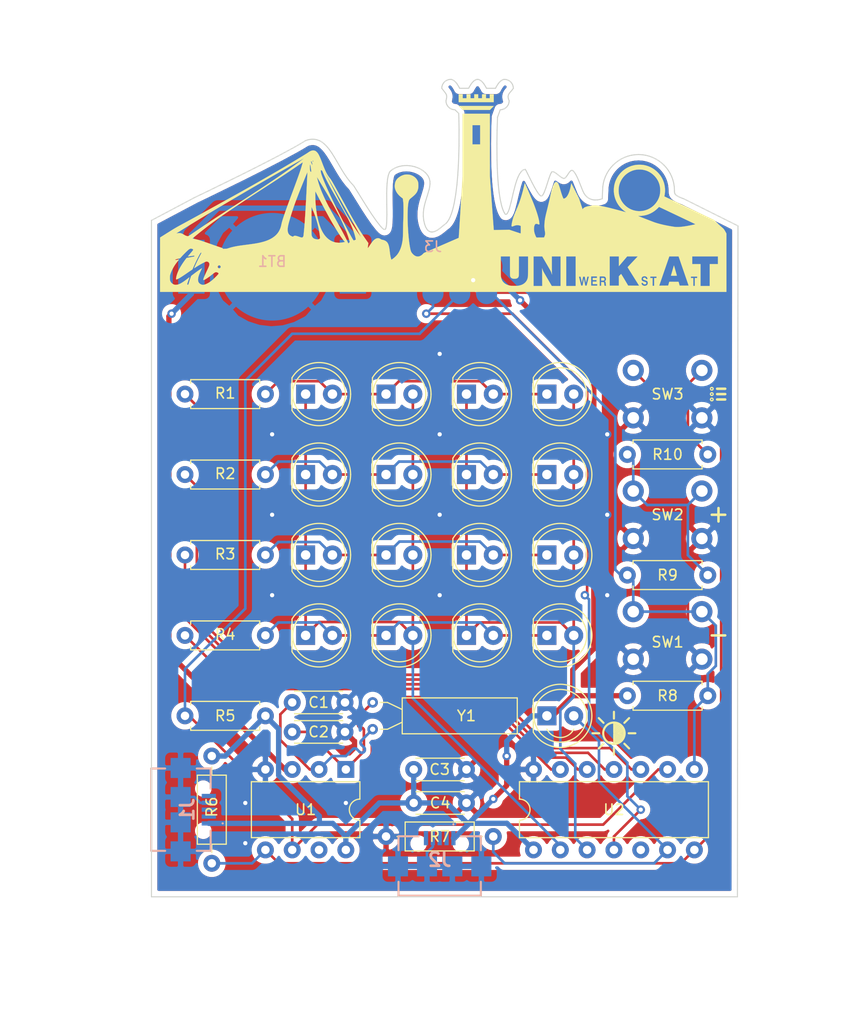
<source format=kicad_pcb>
(kicad_pcb (version 20171130) (host pcbnew 5.1.8-5.1.8)
  (layers (0 F.Cu signal) (31 B.Cu signal) (34 B.Paste user) (35 F.Paste user) (36 B.SilkS user) (37 F.SilkS user) (38 B.Mask user) (39 F.Mask user) (44 Edge.Cuts user))
  (net 0 "")
  (net 1 GND)
  (net 2 +BATT)
  (net 3 +5V)
  (net 4 "Net-(D1-Pad2)")
  (net 5 /col01)
  (net 6 /col23)
  (net 7 "Net-(D5-Pad2)")
  (net 8 "Net-(D10-Pad1)")
  (net 9 "Net-(D13-Pad2)")
  (net 10 /photodiode)
  (net 11 "Net-(J1-Pad3)")
  (net 12 "Net-(J1-Pad4)")
  (net 13 "Net-(J1-Pad2)")
  (net 14 "Net-(J2-Pad3)")
  (net 15 "Net-(J2-Pad4)")
  (net 16 "Net-(J2-Pad2)")
  (net 17 /row0)
  (net 18 /row1)
  (net 19 /row2)
  (net 20 /row3)
  (net 21 /mfp)
  (net 22 "Net-(U2-Pad5)")
  (net 23 /clk-)
  (net 24 /clk+)
  (net 25 "Net-(R10-Pad1)")
  (net 26 "Net-(R10-Pad2)")
  (net 27 /RST)
  (net 28 /MISO)
  (net 29 /MOSI)
  (net 30 /SCK)
  (module binary_clk_parts:qr_code_unikat (layer B.Cu) (at 169.545 46.355 180)
    (fp_text reference G*** hide)
    (fp_text value LOGO hide)
  )
  (module binary_clk_parts:SW_PUSH_6mm_H4.3mm_nosilk (layer F.Cu) (at 175.26 57.15)
    (fp_text reference SW3 (at 0 0) (layer F.SilkS))
    (fp_text value SW_Push)
    (pad 2 thru_hole circle (at -3.25 2.25 90) (size 2 2) (drill 1.1) (layers *.Cu *.Mask) (net 1 GND))
    (pad 1 thru_hole circle (at -3.25 -2.25 90) (size 2 2) (drill 1.1) (layers *.Cu *.Mask) (net 26 "Net-(R10-Pad2)"))
    (pad 2 thru_hole circle (at 3.25 2.25 90) (size 2 2) (drill 1.1) (layers *.Cu *.Mask) (net 1 GND))
    (pad 1 thru_hole circle (at 3.25 -2.25 90) (size 2 2) (drill 1.1) (layers *.Cu *.Mask) (net 26 "Net-(R10-Pad2)"))
  )
  (module binary_clk_parts:SW_PUSH_6mm_H4.3mm_nosilk (layer F.Cu) (at 175.26 68.58)
    (fp_text reference SW2 (at 0 0) (layer F.SilkS))
    (fp_text value SW_Push)
    (pad 2 thru_hole circle (at -3.25 2.25 90) (size 2 2) (drill 1.1) (layers *.Cu *.Mask) (net 1 GND))
    (pad 1 thru_hole circle (at -3.25 -2.25 90) (size 2 2) (drill 1.1) (layers *.Cu *.Mask) (net 25 "Net-(R10-Pad1)"))
    (pad 2 thru_hole circle (at 3.25 2.25 90) (size 2 2) (drill 1.1) (layers *.Cu *.Mask) (net 1 GND))
    (pad 1 thru_hole circle (at 3.25 -2.25 90) (size 2 2) (drill 1.1) (layers *.Cu *.Mask) (net 25 "Net-(R10-Pad1)"))
  )
  (module binary_clk_parts:SW_PUSH_6mm_H4.3mm_nosilk (layer F.Cu) (at 175.26 80.01)
    (fp_text reference SW1 (at 0 0.635) (layer F.SilkS))
    (fp_text value SW_Push)
    (pad 2 thru_hole circle (at -3.25 2.25 90) (size 2 2) (drill 1.1) (layers *.Cu *.Mask) (net 1 GND))
    (pad 1 thru_hole circle (at -3.25 -2.25 90) (size 2 2) (drill 1.1) (layers *.Cu *.Mask) (net 28 /MISO))
    (pad 2 thru_hole circle (at 3.25 2.25 90) (size 2 2) (drill 1.1) (layers *.Cu *.Mask) (net 1 GND))
    (pad 1 thru_hole circle (at 3.25 -2.25 90) (size 2 2) (drill 1.1) (layers *.Cu *.Mask) (net 28 /MISO))
  )
  (module custom:LED_D5.0mm (layer F.Cu) (at 165.1 87.63)
    (fp_text reference D17 hide)
    (fp_text value D_Photo)
    (pad 2 thru_hole circle (at 1.27 0) (size 1.8 1.8) (drill 0.9) (layers *.Cu *.Mask) (net 10 /photodiode))
    (pad 1 thru_hole rect (at -1.27 0) (size 1.8 1.8) (drill 0.9) (layers *.Cu *.Mask) (net 3 +5V))
  )
  (module Resistor_THT:R_Axial_DIN0207_L6.3mm_D2.5mm_P10.16mm_Horizontal (layer F.Cu) (at 132.08 101.6 90)
    (fp_text reference R6 (at 5.334 0 90) (layer F.SilkS))
    (fp_text value 4.7k)
    (pad 2 thru_hole oval (at 10.16 0 90) (size 1.6 1.6) (drill 0.8) (layers *.Cu *.Mask) (net 3 +5V))
    (pad 1 thru_hole circle (at 0 0 90) (size 1.6 1.6) (drill 0.8) (layers *.Cu *.Mask) (net 29 /MOSI))
  )
  (module binary_clk_parts:isp_pogoPinPads (layer B.Cu) (at 155.575 46.355 180)
    (fp_text reference J3 (at 2.54 3.175 180) (layer B.SilkS) (effects (justify mirror)))
    (fp_text value AVR-ISP-6)
    (pad 6 smd circle (at 2.54 1.27) (size 2 2) (layers B.Cu B.Paste B.Mask) (net 1 GND))
    (pad 5 smd circle (at 2.54 -1.27) (size 2 2) (layers B.Cu B.Paste B.Mask) (net 27 /RST))
    (pad 1 smd circle (at -2.54 -1.27) (size 2 2) (layers B.Cu B.Paste B.Mask) (net 28 /MISO))
    (pad 2 smd circle (at -2.54 1.27) (size 2 2) (layers B.Cu B.Paste B.Mask) (net 3 +5V))
    (pad 4 smd circle (at 0 1.27) (size 2 2) (layers B.Cu B.Paste B.Mask) (net 29 /MOSI))
    (pad 3 smd circle (at 0 -1.27) (size 2 2) (layers B.Cu B.Paste B.Mask) (net 30 /SCK))
  )
  (module Resistor_THT:R_Axial_DIN0207_L6.3mm_D2.5mm_P10.16mm_Horizontal (layer F.Cu) (at 158.75 99.06 180)
    (fp_text reference R7 (at 5.08 0) (layer F.SilkS))
    (fp_text value 10k)
    (pad 2 thru_hole oval (at 10.16 0 180) (size 1.6 1.6) (drill 0.8) (layers *.Cu *.Mask) (net 1 GND))
    (pad 1 thru_hole circle (at 0 0 180) (size 1.6 1.6) (drill 0.8) (layers *.Cu *.Mask) (net 10 /photodiode))
  )
  (module Resistor_THT:R_Axial_DIN0207_L6.3mm_D2.5mm_P7.62mm_Horizontal (layer F.Cu) (at 171.45 62.865)
    (fp_text reference R10 (at 3.81 0) (layer F.SilkS))
    (fp_text value 68k)
    (pad 2 thru_hole oval (at 7.62 0) (size 1.6 1.6) (drill 0.8) (layers *.Cu *.Mask) (net 26 "Net-(R10-Pad2)"))
    (pad 1 thru_hole circle (at 0 0) (size 1.6 1.6) (drill 0.8) (layers *.Cu *.Mask) (net 25 "Net-(R10-Pad1)"))
  )
  (module Resistor_THT:R_Axial_DIN0207_L6.3mm_D2.5mm_P7.62mm_Horizontal (layer F.Cu) (at 171.45 74.295)
    (fp_text reference R9 (at 3.81 0) (layer F.SilkS))
    (fp_text value 24k)
    (pad 2 thru_hole oval (at 7.62 0) (size 1.6 1.6) (drill 0.8) (layers *.Cu *.Mask) (net 25 "Net-(R10-Pad1)"))
    (pad 1 thru_hole circle (at 0 0) (size 1.6 1.6) (drill 0.8) (layers *.Cu *.Mask) (net 28 /MISO))
  )
  (module Resistor_THT:R_Axial_DIN0207_L6.3mm_D2.5mm_P7.62mm_Horizontal (layer F.Cu) (at 129.54 80.01)
    (fp_text reference R4 (at 3.81 -0.084) (layer F.SilkS))
    (fp_text value 82)
    (pad 2 thru_hole oval (at 7.62 0) (size 1.6 1.6) (drill 0.8) (layers *.Cu *.Mask) (net 9 "Net-(D13-Pad2)"))
    (pad 1 thru_hole circle (at 0 0) (size 1.6 1.6) (drill 0.8) (layers *.Cu *.Mask) (net 20 /row3))
  )
  (module Resistor_THT:R_Axial_DIN0207_L6.3mm_D2.5mm_P7.62mm_Horizontal (layer F.Cu) (at 171.45 85.725)
    (fp_text reference R8 (at 3.81 0) (layer F.SilkS))
    (fp_text value 47k)
    (pad 2 thru_hole oval (at 7.62 0) (size 1.6 1.6) (drill 0.8) (layers *.Cu *.Mask) (net 28 /MISO))
    (pad 1 thru_hole circle (at 0 0) (size 1.6 1.6) (drill 0.8) (layers *.Cu *.Mask) (net 3 +5V))
  )
  (module Resistor_THT:R_Axial_DIN0207_L6.3mm_D2.5mm_P7.62mm_Horizontal (layer F.Cu) (at 129.54 72.39)
    (fp_text reference R3 (at 3.81 -0.084) (layer F.SilkS))
    (fp_text value 82)
    (pad 2 thru_hole oval (at 7.62 0) (size 1.6 1.6) (drill 0.8) (layers *.Cu *.Mask) (net 8 "Net-(D10-Pad1)"))
    (pad 1 thru_hole circle (at 0 0) (size 1.6 1.6) (drill 0.8) (layers *.Cu *.Mask) (net 19 /row2))
  )
  (module Resistor_THT:R_Axial_DIN0207_L6.3mm_D2.5mm_P7.62mm_Horizontal (layer F.Cu) (at 129.54 87.63)
    (fp_text reference R5 (at 3.81 0) (layer F.SilkS))
    (fp_text value 4.7k)
    (pad 2 thru_hole oval (at 7.62 0) (size 1.6 1.6) (drill 0.8) (layers *.Cu *.Mask) (net 3 +5V))
    (pad 1 thru_hole circle (at 0 0) (size 1.6 1.6) (drill 0.8) (layers *.Cu *.Mask) (net 30 /SCK))
  )
  (module Resistor_THT:R_Axial_DIN0207_L6.3mm_D2.5mm_P7.62mm_Horizontal (layer F.Cu) (at 129.54 64.77)
    (fp_text reference R2 (at 3.81 -0.084) (layer F.SilkS))
    (fp_text value 82)
    (pad 2 thru_hole oval (at 7.62 0) (size 1.6 1.6) (drill 0.8) (layers *.Cu *.Mask) (net 7 "Net-(D5-Pad2)"))
    (pad 1 thru_hole circle (at 0 0) (size 1.6 1.6) (drill 0.8) (layers *.Cu *.Mask) (net 18 /row1))
  )
  (module Resistor_THT:R_Axial_DIN0207_L6.3mm_D2.5mm_P7.62mm_Horizontal (layer F.Cu) (at 129.54 57.15)
    (fp_text reference R1 (at 3.81 -0.084) (layer F.SilkS))
    (fp_text value 82)
    (pad 2 thru_hole oval (at 7.62 0) (size 1.6 1.6) (drill 0.8) (layers *.Cu *.Mask) (net 4 "Net-(D1-Pad2)"))
    (pad 1 thru_hole circle (at 0 0) (size 1.6 1.6) (drill 0.8) (layers *.Cu *.Mask) (net 17 /row0))
  )
  (module binary_clk_parts:UJ2MIBHGSMTTR (layer B.Cu) (at 153.67 101.854 180)
    (fp_text reference J2 (at 0 0.593) (layer B.SilkS) (effects (font (size 1.27 1.27) (thickness 0.254)) (justify mirror)))
    (fp_text value USB_B_Micro hide)
    (pad 1 smd rect (at -1.3 2.64 180) (size 0.4 1.35) (layers B.Cu B.Paste B.Mask) (net 3 +5V))
    (pad 2 smd rect (at 1.3 2.64 180) (size 0.4 1.35) (layers B.Cu B.Paste B.Mask) (net 16 "Net-(J2-Pad2)"))
    (pad 3 smd rect (at -0.65 2.64 180) (size 0.4 1.35) (layers B.Cu B.Paste B.Mask) (net 14 "Net-(J2-Pad3)"))
    (pad 4 smd rect (at 0 2.64 180) (size 0.4 1.35) (layers B.Cu B.Paste B.Mask) (net 15 "Net-(J2-Pad4)"))
    (pad 5 smd rect (at 0.65 2.64 180) (size 0.4 1.35) (layers B.Cu B.Paste B.Mask) (net 1 GND))
    (pad MH1 np_thru_hole circle (at -2 2.115 180) (size 0.55 0) (drill 0.55) (layers *.Cu *.Mask))
    (pad MH2 np_thru_hole circle (at 2 2.115 180) (size 0.55 0) (drill 0.55) (layers *.Cu *.Mask))
    (pad 6 smd rect (at -3.95 -0.035 180) (size 1.9 1.9) (layers B.Cu B.Paste B.Mask) (net 1 GND))
    (pad 6 smd rect (at -1.2 -0.035 180) (size 1.9 1.9) (layers B.Cu B.Paste B.Mask) (net 1 GND))
    (pad 6 smd rect (at 1.2 -0.035 180) (size 1.9 1.9) (layers B.Cu B.Paste B.Mask) (net 1 GND))
    (pad 6 smd rect (at 3.95 -0.035 180) (size 1.9 1.9) (layers B.Cu B.Paste B.Mask) (net 1 GND))
  )
  (module binary_clk_parts:UJ2MIBHGSMTTR (layer B.Cu) (at 129.159 96.52 90)
    (fp_text reference J1 (at 0 0.593 90) (layer B.SilkS) (effects (font (size 1.27 1.27) (thickness 0.254)) (justify mirror)))
    (fp_text value USB_B_Micro hide)
    (pad 1 smd rect (at -1.3 2.64 90) (size 0.4 1.35) (layers B.Cu B.Paste B.Mask) (net 3 +5V))
    (pad 2 smd rect (at 1.3 2.64 90) (size 0.4 1.35) (layers B.Cu B.Paste B.Mask) (net 13 "Net-(J1-Pad2)"))
    (pad 3 smd rect (at -0.65 2.64 90) (size 0.4 1.35) (layers B.Cu B.Paste B.Mask) (net 11 "Net-(J1-Pad3)"))
    (pad 4 smd rect (at 0 2.64 90) (size 0.4 1.35) (layers B.Cu B.Paste B.Mask) (net 12 "Net-(J1-Pad4)"))
    (pad 5 smd rect (at 0.65 2.64 90) (size 0.4 1.35) (layers B.Cu B.Paste B.Mask) (net 1 GND))
    (pad MH1 np_thru_hole circle (at -2 2.115 90) (size 0.55 0) (drill 0.55) (layers *.Cu *.Mask))
    (pad MH2 np_thru_hole circle (at 2 2.115 90) (size 0.55 0) (drill 0.55) (layers *.Cu *.Mask))
    (pad 6 smd rect (at -3.95 -0.035 90) (size 1.9 1.9) (layers B.Cu B.Paste B.Mask) (net 1 GND))
    (pad 6 smd rect (at -1.2 -0.035 90) (size 1.9 1.9) (layers B.Cu B.Paste B.Mask) (net 1 GND))
    (pad 6 smd rect (at 1.2 -0.035 90) (size 1.9 1.9) (layers B.Cu B.Paste B.Mask) (net 1 GND))
    (pad 6 smd rect (at 3.95 -0.035 90) (size 1.9 1.9) (layers B.Cu B.Paste B.Mask) (net 1 GND))
  )
  (module binary_clk_parts:bat-hld-012 (layer B.Cu) (at 137.795 45.085)
    (fp_text reference BT1 (at 0 -0.5) (layer B.SilkS) (effects (justify mirror)))
    (fp_text value Battery_Cell)
    (pad 2 smd circle (at 0 0) (size 10.2 10.2) (layers B.Cu B.Paste B.Mask) (net 1 GND))
    (pad 1 smd rect (at -7.65 0) (size 2.5 5.1) (layers B.Cu B.Paste B.Mask) (net 2 +BATT))
    (pad 1 smd rect (at 7.65 0) (size 2.5 5.1) (layers B.Cu B.Paste B.Mask) (net 2 +BATT))
  )
  (module LOGO (layer F.Cu) (at 154.148042 69.228474)
    (fp_text reference G*** hide)
    (fp_text value LOGO hide)
  )
  (module custom:LED_D5.0mm (layer F.Cu) (at 142.24 72.39)
    (fp_text reference D9 hide)
    (fp_text value LED)
    (pad 2 thru_hole circle (at 1.27 0) (size 1.8 1.8) (drill 0.9) (layers *.Cu *.Mask) (net 8 "Net-(D10-Pad1)"))
    (pad 1 thru_hole rect (at -1.27 0) (size 1.8 1.8) (drill 0.9) (layers *.Cu *.Mask) (net 5 /col01))
  )
  (module custom:LED_D5.0mm (layer F.Cu) (at 165.1 80.01)
    (fp_text reference D16 hide)
    (fp_text value LED)
    (pad 2 thru_hole circle (at 1.27 0) (size 1.8 1.8) (drill 0.9) (layers *.Cu *.Mask) (net 6 /col23))
    (pad 1 thru_hole rect (at -1.27 0) (size 1.8 1.8) (drill 0.9) (layers *.Cu *.Mask) (net 9 "Net-(D13-Pad2)"))
  )
  (module custom:LED_D5.0mm (layer F.Cu) (at 157.48 80.01)
    (fp_text reference D15 hide)
    (fp_text value LED)
    (pad 2 thru_hole circle (at 1.27 0) (size 1.8 1.8) (drill 0.9) (layers *.Cu *.Mask) (net 9 "Net-(D13-Pad2)"))
    (pad 1 thru_hole rect (at -1.27 0) (size 1.8 1.8) (drill 0.9) (layers *.Cu *.Mask) (net 6 /col23))
  )
  (module custom:LED_D5.0mm (layer F.Cu) (at 149.86 80.01)
    (fp_text reference D14 hide)
    (fp_text value LED)
    (pad 2 thru_hole circle (at 1.27 0) (size 1.8 1.8) (drill 0.9) (layers *.Cu *.Mask) (net 5 /col01))
    (pad 1 thru_hole rect (at -1.27 0) (size 1.8 1.8) (drill 0.9) (layers *.Cu *.Mask) (net 9 "Net-(D13-Pad2)"))
  )
  (module custom:LED_D5.0mm (layer F.Cu) (at 142.24 80.01)
    (fp_text reference D13 hide)
    (fp_text value LED)
    (pad 2 thru_hole circle (at 1.27 0) (size 1.8 1.8) (drill 0.9) (layers *.Cu *.Mask) (net 9 "Net-(D13-Pad2)"))
    (pad 1 thru_hole rect (at -1.27 0) (size 1.8 1.8) (drill 0.9) (layers *.Cu *.Mask) (net 5 /col01))
  )
  (module custom:LED_D5.0mm (layer F.Cu) (at 165.1 72.39)
    (fp_text reference D12 hide)
    (fp_text value LED)
    (pad 2 thru_hole circle (at 1.27 0) (size 1.8 1.8) (drill 0.9) (layers *.Cu *.Mask) (net 6 /col23))
    (pad 1 thru_hole rect (at -1.27 0) (size 1.8 1.8) (drill 0.9) (layers *.Cu *.Mask) (net 8 "Net-(D10-Pad1)"))
  )
  (module custom:LED_D5.0mm (layer F.Cu) (at 157.48 72.39)
    (fp_text reference D11 hide)
    (fp_text value LED)
    (pad 2 thru_hole circle (at 1.27 0) (size 1.8 1.8) (drill 0.9) (layers *.Cu *.Mask) (net 8 "Net-(D10-Pad1)"))
    (pad 1 thru_hole rect (at -1.27 0) (size 1.8 1.8) (drill 0.9) (layers *.Cu *.Mask) (net 6 /col23))
  )
  (module custom:LED_D5.0mm (layer F.Cu) (at 149.86 72.39)
    (fp_text reference D10 hide)
    (fp_text value LED)
    (pad 2 thru_hole circle (at 1.27 0) (size 1.8 1.8) (drill 0.9) (layers *.Cu *.Mask) (net 5 /col01))
    (pad 1 thru_hole rect (at -1.27 0) (size 1.8 1.8) (drill 0.9) (layers *.Cu *.Mask) (net 8 "Net-(D10-Pad1)"))
  )
  (module custom:LED_D5.0mm (layer F.Cu) (at 165.1 64.77)
    (fp_text reference D8 hide)
    (fp_text value LED)
    (pad 2 thru_hole circle (at 1.27 0) (size 1.8 1.8) (drill 0.9) (layers *.Cu *.Mask) (net 6 /col23))
    (pad 1 thru_hole rect (at -1.27 0) (size 1.8 1.8) (drill 0.9) (layers *.Cu *.Mask) (net 7 "Net-(D5-Pad2)"))
  )
  (module custom:LED_D5.0mm (layer F.Cu) (at 157.48 64.77)
    (fp_text reference D7 hide)
    (fp_text value LED)
    (pad 2 thru_hole circle (at 1.27 0) (size 1.8 1.8) (drill 0.9) (layers *.Cu *.Mask) (net 7 "Net-(D5-Pad2)"))
    (pad 1 thru_hole rect (at -1.27 0) (size 1.8 1.8) (drill 0.9) (layers *.Cu *.Mask) (net 6 /col23))
  )
  (module custom:LED_D5.0mm (layer F.Cu) (at 149.86 64.77)
    (fp_text reference D6 hide)
    (fp_text value LED)
    (pad 2 thru_hole circle (at 1.27 0) (size 1.8 1.8) (drill 0.9) (layers *.Cu *.Mask) (net 5 /col01))
    (pad 1 thru_hole rect (at -1.27 0) (size 1.8 1.8) (drill 0.9) (layers *.Cu *.Mask) (net 7 "Net-(D5-Pad2)"))
  )
  (module custom:LED_D5.0mm (layer F.Cu) (at 142.24 64.77)
    (fp_text reference D5 hide)
    (fp_text value LED)
    (pad 2 thru_hole circle (at 1.27 0) (size 1.8 1.8) (drill 0.9) (layers *.Cu *.Mask) (net 7 "Net-(D5-Pad2)"))
    (pad 1 thru_hole rect (at -1.27 0) (size 1.8 1.8) (drill 0.9) (layers *.Cu *.Mask) (net 5 /col01))
  )
  (module custom:LED_D5.0mm (layer F.Cu) (at 165.1 57.15)
    (fp_text reference D4 hide)
    (fp_text value LED)
    (pad 2 thru_hole circle (at 1.27 0) (size 1.8 1.8) (drill 0.9) (layers *.Cu *.Mask) (net 6 /col23))
    (pad 1 thru_hole rect (at -1.27 0) (size 1.8 1.8) (drill 0.9) (layers *.Cu *.Mask) (net 4 "Net-(D1-Pad2)"))
  )
  (module custom:LED_D5.0mm (layer F.Cu) (at 157.48 57.15)
    (fp_text reference D3 hide)
    (fp_text value LED)
    (pad 2 thru_hole circle (at 1.27 0) (size 1.8 1.8) (drill 0.9) (layers *.Cu *.Mask) (net 4 "Net-(D1-Pad2)"))
    (pad 1 thru_hole rect (at -1.27 0) (size 1.8 1.8) (drill 0.9) (layers *.Cu *.Mask) (net 6 /col23))
  )
  (module custom:LED_D5.0mm (layer F.Cu) (at 149.86 57.15)
    (fp_text reference D2 hide)
    (fp_text value LED)
    (pad 2 thru_hole circle (at 1.27 0) (size 1.8 1.8) (drill 0.9) (layers *.Cu *.Mask) (net 5 /col01))
    (pad 1 thru_hole rect (at -1.27 0) (size 1.8 1.8) (drill 0.9) (layers *.Cu *.Mask) (net 4 "Net-(D1-Pad2)"))
  )
  (module custom:LED_D5.0mm (layer F.Cu) (at 142.24 57.15)
    (fp_text reference D1 hide)
    (fp_text value LED)
    (pad 2 thru_hole circle (at 1.27 0) (size 1.8 1.8) (drill 0.9) (layers *.Cu *.Mask) (net 4 "Net-(D1-Pad2)"))
    (pad 1 thru_hole rect (at -1.27 0) (size 1.8 1.8) (drill 0.9) (layers *.Cu *.Mask) (net 5 /col01))
  )
  (module Crystal:Crystal_AT310_D3.0mm_L10.0mm_Horizontal (layer F.Cu) (at 147.32 88.9 90)
    (fp_text reference Y1 (at 1.27 8.89) (layer F.SilkS))
    (fp_text value Crystal)
    (pad 1 thru_hole circle (at 0 0 90) (size 1 1) (drill 0.5) (layers *.Cu *.Mask) (net 24 /clk+))
    (pad 2 thru_hole circle (at 2.54 0 90) (size 1 1) (drill 0.5) (layers *.Cu *.Mask) (net 23 /clk-))
  )
  (module Package_DIP:DIP-14_W7.62mm (layer F.Cu) (at 162.56 100.33 90)
    (fp_text reference U2 (at 3.81 7.62 180) (layer F.SilkS))
    (fp_text value ATtiny84V-10PU)
    (pad 1 thru_hole circle (at 0 0 90) (size 1.6 1.6) (drill 0.8) (layers *.Cu *.Mask) (net 3 +5V))
    (pad 8 thru_hole oval (at 7.62 15.24 90) (size 1.6 1.6) (drill 0.8) (layers *.Cu *.Mask) (net 28 /MISO))
    (pad 2 thru_hole oval (at 0 2.54 90) (size 1.6 1.6) (drill 0.8) (layers *.Cu *.Mask) (net 5 /col01))
    (pad 9 thru_hole oval (at 7.62 12.7 90) (size 1.6 1.6) (drill 0.8) (layers *.Cu *.Mask) (net 30 /SCK))
    (pad 3 thru_hole oval (at 0 5.08 90) (size 1.6 1.6) (drill 0.8) (layers *.Cu *.Mask) (net 6 /col23))
    (pad 10 thru_hole oval (at 7.62 10.16 90) (size 1.6 1.6) (drill 0.8) (layers *.Cu *.Mask) (net 17 /row0))
    (pad 4 thru_hole oval (at 0 7.62 90) (size 1.6 1.6) (drill 0.8) (layers *.Cu *.Mask) (net 27 /RST))
    (pad 11 thru_hole oval (at 7.62 7.62 90) (size 1.6 1.6) (drill 0.8) (layers *.Cu *.Mask) (net 18 /row1))
    (pad 5 thru_hole oval (at 0 10.16 90) (size 1.6 1.6) (drill 0.8) (layers *.Cu *.Mask) (net 22 "Net-(U2-Pad5)"))
    (pad 12 thru_hole oval (at 7.62 5.08 90) (size 1.6 1.6) (drill 0.8) (layers *.Cu *.Mask) (net 19 /row2))
    (pad 6 thru_hole oval (at 0 12.7 90) (size 1.6 1.6) (drill 0.8) (layers *.Cu *.Mask) (net 10 /photodiode))
    (pad 13 thru_hole oval (at 7.62 2.54 90) (size 1.6 1.6) (drill 0.8) (layers *.Cu *.Mask) (net 20 /row3))
    (pad 7 thru_hole oval (at 0 15.24 90) (size 1.6 1.6) (drill 0.8) (layers *.Cu *.Mask) (net 29 /MOSI))
    (pad 14 thru_hole oval (at 7.62 0 90) (size 1.6 1.6) (drill 0.8) (layers *.Cu *.Mask) (net 1 GND))
  )
  (module Package_DIP:DIP-8_W7.62mm (layer F.Cu) (at 144.78 92.71 270)
    (fp_text reference U1 (at 3.81 3.81 180) (layer F.SilkS))
    (fp_text value MCP7940N-xP)
    (pad 1 thru_hole rect (at 0 0 270) (size 1.6 1.6) (drill 0.8) (layers *.Cu *.Mask) (net 23 /clk-))
    (pad 5 thru_hole oval (at 7.62 7.62 270) (size 1.6 1.6) (drill 0.8) (layers *.Cu *.Mask) (net 29 /MOSI))
    (pad 2 thru_hole oval (at 0 2.54 270) (size 1.6 1.6) (drill 0.8) (layers *.Cu *.Mask) (net 24 /clk+))
    (pad 6 thru_hole oval (at 7.62 5.08 270) (size 1.6 1.6) (drill 0.8) (layers *.Cu *.Mask) (net 30 /SCK))
    (pad 3 thru_hole oval (at 0 5.08 270) (size 1.6 1.6) (drill 0.8) (layers *.Cu *.Mask) (net 2 +BATT))
    (pad 7 thru_hole oval (at 7.62 2.54 270) (size 1.6 1.6) (drill 0.8) (layers *.Cu *.Mask) (net 21 /mfp))
    (pad 4 thru_hole oval (at 0 7.62 270) (size 1.6 1.6) (drill 0.8) (layers *.Cu *.Mask) (net 1 GND))
    (pad 8 thru_hole oval (at 7.62 0 270) (size 1.6 1.6) (drill 0.8) (layers *.Cu *.Mask) (net 3 +5V))
  )
  (module Capacitor_THT:C_Disc_D4.3mm_W1.9mm_P5.00mm (layer F.Cu) (at 156.21 95.885 180)
    (fp_text reference C4 (at 2.5 0) (layer F.SilkS))
    (fp_text value 100n)
    (pad 2 thru_hole circle (at 5 0 180) (size 1.6 1.6) (drill 0.8) (layers *.Cu *.Mask) (net 3 +5V))
    (pad 1 thru_hole circle (at 0 0 180) (size 1.6 1.6) (drill 0.8) (layers *.Cu *.Mask) (net 1 GND))
  )
  (module Capacitor_THT:C_Disc_D4.3mm_W1.9mm_P5.00mm (layer F.Cu) (at 139.7 86.36)
    (fp_text reference C1 (at 2.5 0) (layer F.SilkS))
    (fp_text value 18p)
    (pad 2 thru_hole circle (at 5 0) (size 1.6 1.6) (drill 0.8) (layers *.Cu *.Mask) (net 1 GND))
    (pad 1 thru_hole circle (at 0 0) (size 1.6 1.6) (drill 0.8) (layers *.Cu *.Mask) (net 24 /clk+))
  )
  (module Capacitor_THT:C_Disc_D4.3mm_W1.9mm_P5.00mm (layer F.Cu) (at 144.7 89.154 180)
    (fp_text reference C2 (at 2.5 0) (layer F.SilkS))
    (fp_text value 16p)
    (pad 2 thru_hole circle (at 5 0 180) (size 1.6 1.6) (drill 0.8) (layers *.Cu *.Mask) (net 23 /clk-))
    (pad 1 thru_hole circle (at 0 0 180) (size 1.6 1.6) (drill 0.8) (layers *.Cu *.Mask) (net 1 GND))
  )
  (module Capacitor_THT:C_Disc_D4.3mm_W1.9mm_P5.00mm (layer F.Cu) (at 156.21 92.71 180)
    (fp_text reference C3 (at 2.54 0) (layer F.SilkS))
    (fp_text value 100n)
    (pad 2 thru_hole circle (at 5 0 180) (size 1.6 1.6) (drill 0.8) (layers *.Cu *.Mask) (net 3 +5V))
    (pad 1 thru_hole circle (at 0 0 180) (size 1.6 1.6) (drill 0.8) (layers *.Cu *.Mask) (net 1 GND))
  )
  (gr_line (start 179.959 57.658) (end 180.721 57.658) (layer F.SilkS) (width 0.24))
  (gr_line (start 179.959 57.15) (end 180.721 57.15) (layer F.SilkS) (width 0.24))
  (gr_line (start 179.959 56.642) (end 180.721 56.642) (layer F.SilkS) (width 0.24))
  (gr_circle (center 179.451 57.658) (end 179.578 57.658) (layer F.SilkS) (width 0.12))
  (gr_circle (center 179.451 56.642) (end 179.578 56.642) (layer F.SilkS) (width 0.12))
  (gr_circle (center 179.451 57.15) (end 179.578 57.15) (layer F.SilkS) (width 0.12))
  (gr_line (start 179.451 80.01) (end 180.721 80.01) (layer F.SilkS) (width 0.24))
  (gr_line (start 179.451 68.58) (end 180.721 68.58) (layer F.SilkS) (width 0.24))
  (gr_line (start 180.086 69.215) (end 180.086 67.945) (layer F.SilkS) (width 0.24))
  (gr_line (start 171.497617 34.606418) (end 171.823817 34.522538) (layer Edge.Cuts) (width 0.1))
  (gr_line (start 175.896017 37.509198) (end 175.913617 37.857198) (layer Edge.Cuts) (width 0.1))
  (gr_line (start 175.502717 36.234698) (end 175.646117 36.532298) (layer Edge.Cuts) (width 0.1))
  (gr_line (start 175.136317 35.692048) (end 175.332317 35.954098) (layer Edge.Cuts) (width 0.1))
  (gr_line (start 174.916617 35.450328) (end 175.136317 35.692048) (layer Edge.Cuts) (width 0.1))
  (gr_line (start 170.887317 34.864208) (end 171.184917 34.720868) (layer Edge.Cuts) (width 0.1))
  (gr_line (start 172.857817 34.470958) (end 173.195817 34.522538) (layer Edge.Cuts) (width 0.1))
  (gr_line (start 170.606717 35.034698) (end 170.887317 34.864208) (layer Edge.Cuts) (width 0.1))
  (gr_line (start 175.913617 37.857198) (end 175.913117 37.943698) (layer Edge.Cuts) (width 0.1))
  (gr_line (start 174.412917 35.034698) (end 174.674917 35.230648) (layer Edge.Cuts) (width 0.1))
  (gr_line (start 175.646117 36.532298) (end 175.760517 36.844998) (layer Edge.Cuts) (width 0.1))
  (gr_line (start 173.834717 34.720868) (end 174.132217 34.864208) (layer Edge.Cuts) (width 0.1))
  (gr_line (start 173.522017 34.606418) (end 173.834717 34.720868) (layer Edge.Cuts) (width 0.1))
  (gr_line (start 172.161817 34.470958) (end 172.509817 34.453388) (layer Edge.Cuts) (width 0.1))
  (gr_line (start 175.844417 37.171198) (end 175.896017 37.509198) (layer Edge.Cuts) (width 0.1))
  (gr_line (start 175.760517 36.844998) (end 175.844417 37.171198) (layer Edge.Cuts) (width 0.1))
  (gr_line (start 173.195817 34.522538) (end 173.522017 34.606418) (layer Edge.Cuts) (width 0.1))
  (gr_line (start 171.184917 34.720868) (end 171.497617 34.606418) (layer Edge.Cuts) (width 0.1))
  (gr_line (start 175.332317 35.954098) (end 175.502717 36.234698) (layer Edge.Cuts) (width 0.1))
  (gr_line (start 172.509817 34.453388) (end 172.857817 34.470958) (layer Edge.Cuts) (width 0.1))
  (gr_line (start 174.674917 35.230648) (end 174.916617 35.450328) (layer Edge.Cuts) (width 0.1))
  (gr_line (start 174.132217 34.864208) (end 174.412917 35.034698) (layer Edge.Cuts) (width 0.1))
  (gr_line (start 171.823817 34.522538) (end 172.161817 34.470958) (layer Edge.Cuts) (width 0.1))
  (gr_line (start 164.266217 36.136898) (end 164.325617 36.074798) (layer Edge.Cuts) (width 0.1))
  (gr_line (start 163.727617 37.623198) (end 163.869617 37.187198) (layer Edge.Cuts) (width 0.1))
  (gr_line (start 164.007917 36.755898) (end 164.140817 36.386598) (layer Edge.Cuts) (width 0.1))
  (gr_line (start 162.672517 37.584698) (end 162.914317 37.990598) (layer Edge.Cuts) (width 0.1))
  (gr_line (start 163.129917 38.276998) (end 163.221617 38.356798) (layer Edge.Cuts) (width 0.1))
  (gr_line (start 163.584017 38.006298) (end 163.727617 37.623198) (layer Edge.Cuts) (width 0.1))
  (gr_line (start 164.204617 36.243198) (end 164.266217 36.136898) (layer Edge.Cuts) (width 0.1))
  (gr_line (start 163.512117 38.160198) (end 163.584017 38.006298) (layer Edge.Cuts) (width 0.1))
  (gr_line (start 161.482017 35.986798) (end 161.574117 35.920198) (layer Edge.Cuts) (width 0.1))
  (gr_line (start 163.299317 38.384398) (end 163.369517 38.356398) (layer Edge.Cuts) (width 0.1))
  (gr_line (start 163.026617 38.152498) (end 163.129917 38.276998) (layer Edge.Cuts) (width 0.1))
  (gr_line (start 161.774117 35.854348) (end 161.845517 35.961498) (layer Edge.Cuts) (width 0.1))
  (gr_line (start 162.424717 37.119198) (end 162.672517 37.584698) (layer Edge.Cuts) (width 0.1))
  (gr_line (start 161.991117 36.247798) (end 162.424717 37.119198) (layer Edge.Cuts) (width 0.1))
  (gr_line (start 161.671417 35.875538) (end 161.774117 35.854348) (layer Edge.Cuts) (width 0.1))
  (gr_line (start 163.869617 37.187198) (end 164.007917 36.755898) (layer Edge.Cuts) (width 0.1))
  (gr_line (start 163.440617 38.279198) (end 163.512117 38.160198) (layer Edge.Cuts) (width 0.1))
  (gr_line (start 161.574117 35.920198) (end 161.671417 35.875538) (layer Edge.Cuts) (width 0.1))
  (gr_line (start 164.140817 36.386598) (end 164.204617 36.243198) (layer Edge.Cuts) (width 0.1))
  (gr_line (start 161.845517 35.961498) (end 161.991117 36.247798) (layer Edge.Cuts) (width 0.1))
  (gr_line (start 163.369517 38.356398) (end 163.440617 38.279198) (layer Edge.Cuts) (width 0.1))
  (gr_line (start 162.914317 37.990598) (end 163.026617 38.152498) (layer Edge.Cuts) (width 0.1))
  (gr_line (start 163.221617 38.356798) (end 163.299317 38.384398) (layer Edge.Cuts) (width 0.1))
  (gr_line (start 142.253216 33.128328) (end 142.404516 33.205068) (layer Edge.Cuts) (width 0.1))
  (gr_line (start 145.525916 37.411998) (end 145.927716 38.049898) (layer Edge.Cuts) (width 0.1))
  (gr_line (start 143.205216 33.963468) (end 143.444916 34.304548) (layer Edge.Cuts) (width 0.1))
  (gr_line (start 142.689616 33.405318) (end 142.955016 33.660918) (layer Edge.Cuts) (width 0.1))
  (gr_line (start 145.927716 38.049898) (end 146.750316 39.372998) (layer Edge.Cuts) (width 0.1))
  (gr_line (start 141.386316 33.020478) (end 141.576316 33.001768) (layer Edge.Cuts) (width 0.1))
  (gr_line (start 142.549816 33.297748) (end 142.689616 33.405318) (layer Edge.Cuts) (width 0.1))
  (gr_line (start 143.444916 34.304548) (end 143.678616 34.675768) (layer Edge.Cuts) (width 0.1))
  (gr_line (start 147.674616 40.748398) (end 148.075416 41.258098) (layer Edge.Cuts) (width 0.1))
  (gr_line (start 143.910816 35.068718) (end 144.388716 35.886178) (layer Edge.Cuts) (width 0.1))
  (gr_line (start 147.219716 40.093698) (end 147.674616 40.748398) (layer Edge.Cuts) (width 0.1))
  (gr_line (start 141.930216 33.026868) (end 142.095316 33.068578) (layer Edge.Cuts) (width 0.1))
  (gr_line (start 141.576316 33.001768) (end 141.757416 33.004248) (layer Edge.Cuts) (width 0.1))
  (gr_line (start 144.915016 36.689698) (end 145.207616 37.065198) (layer Edge.Cuts) (width 0.1))
  (gr_line (start 144.643516 36.293898) (end 144.915016 36.689698) (layer Edge.Cuts) (width 0.1))
  (gr_line (start 146.750316 39.372998) (end 147.219716 40.093698) (layer Edge.Cuts) (width 0.1))
  (gr_line (start 144.388716 35.886178) (end 144.643516 36.293898) (layer Edge.Cuts) (width 0.1))
  (gr_line (start 145.207616 37.065198) (end 145.525916 37.411998) (layer Edge.Cuts) (width 0.1))
  (gr_line (start 142.095316 33.068578) (end 142.253216 33.128328) (layer Edge.Cuts) (width 0.1))
  (gr_line (start 142.955016 33.660918) (end 143.205216 33.963468) (layer Edge.Cuts) (width 0.1))
  (gr_line (start 143.678616 34.675768) (end 143.910816 35.068718) (layer Edge.Cuts) (width 0.1))
  (gr_line (start 142.404516 33.205068) (end 142.549816 33.297748) (layer Edge.Cuts) (width 0.1))
  (gr_line (start 141.757416 33.004248) (end 141.930216 33.026868) (layer Edge.Cuts) (width 0.1))
  (gr_line (start 155.441616 35.458598) (end 155.479216 34.526488) (layer Edge.Cuts) (width 0.1))
  (gr_line (start 153.935516 27.847918) (end 154.013416 27.704468) (layer Edge.Cuts) (width 0.1))
  (gr_line (start 154.410616 29.837308) (end 154.332716 29.693708) (layer Edge.Cuts) (width 0.1))
  (gr_line (start 154.294616 28.758738) (end 154.231716 28.649838) (layer Edge.Cuts) (width 0.1))
  (gr_line (start 154.335616 28.996568) (end 154.329116 28.869138) (layer Edge.Cuts) (width 0.1))
  (gr_line (start 155.487916 30.969688) (end 155.475516 30.557248) (layer Edge.Cuts) (width 0.1))
  (gr_line (start 155.383716 36.402398) (end 155.441616 35.458598) (layer Edge.Cuts) (width 0.1))
  (gr_line (start 155.051216 39.038598) (end 155.192116 38.218898) (layer Edge.Cuts) (width 0.1))
  (gr_line (start 154.266516 29.364708) (end 154.314616 29.156578) (layer Edge.Cuts) (width 0.1))
  (gr_line (start 155.111216 30.210318) (end 154.940916 30.193048) (layer Edge.Cuts) (width 0.1))
  (gr_line (start 155.505716 32.065548) (end 155.487916 30.969688) (layer Edge.Cuts) (width 0.1))
  (gr_line (start 156.930316 27.463808) (end 157.089016 27.368148) (layer Edge.Cuts) (width 0.1))
  (gr_line (start 156.786616 27.599098) (end 156.930316 27.463808) (layer Edge.Cuts) (width 0.1))
  (gr_line (start 154.116616 27.579468) (end 154.241616 27.476328) (layer Edge.Cuts) (width 0.1))
  (gr_line (start 156.661516 27.754198) (end 156.786616 27.599098) (layer Edge.Cuts) (width 0.1))
  (gr_line (start 155.311616 27.754198) (end 155.492916 28.044628) (layer Edge.Cuts) (width 0.1))
  (gr_line (start 154.283616 29.535038) (end 154.266516 29.364708) (layer Edge.Cuts) (width 0.1))
  (gr_line (start 154.329116 28.869138) (end 154.294616 28.758738) (layer Edge.Cuts) (width 0.1))
  (gr_line (start 156.480216 28.044628) (end 156.661516 27.754198) (layer Edge.Cuts) (width 0.1))
  (gr_line (start 154.385016 27.398418) (end 154.543516 27.349148) (layer Edge.Cuts) (width 0.1))
  (gr_line (start 156.413716 28.176648) (end 156.480216 28.044628) (layer Edge.Cuts) (width 0.1))
  (gr_line (start 155.559416 28.176648) (end 156.413716 28.176648) (layer Edge.Cuts) (width 0.1))
  (gr_line (start 155.499916 33.632588) (end 155.505716 32.065548) (layer Edge.Cuts) (width 0.1))
  (gr_line (start 154.638816 30.065718) (end 154.513716 29.962448) (layer Edge.Cuts) (width 0.1))
  (gr_line (start 154.940916 30.193048) (end 154.782316 30.143718) (layer Edge.Cuts) (width 0.1))
  (gr_line (start 155.042816 27.463808) (end 155.186416 27.599098) (layer Edge.Cuts) (width 0.1))
  (gr_line (start 155.301716 37.331298) (end 155.383716 36.402398) (layer Edge.Cuts) (width 0.1))
  (gr_line (start 154.713716 27.331908) (end 154.800216 27.341358) (layer Edge.Cuts) (width 0.1))
  (gr_line (start 154.231716 28.649838) (end 154.140116 28.526878) (layer Edge.Cuts) (width 0.1))
  (gr_line (start 155.192116 38.218898) (end 155.301716 37.331298) (layer Edge.Cuts) (width 0.1))
  (gr_line (start 155.492916 28.044628) (end 155.559416 28.176648) (layer Edge.Cuts) (width 0.1))
  (gr_line (start 155.186416 27.599098) (end 155.311616 27.754198) (layer Edge.Cuts) (width 0.1))
  (gr_line (start 154.800216 27.341358) (end 154.884116 27.368148) (layer Edge.Cuts) (width 0.1))
  (gr_line (start 154.884116 27.368148) (end 155.042816 27.463808) (layer Edge.Cuts) (width 0.1))
  (gr_line (start 154.241616 27.476328) (end 154.385016 27.398418) (layer Edge.Cuts) (width 0.1))
  (gr_line (start 155.475516 30.557248) (end 155.111216 30.210318) (layer Edge.Cuts) (width 0.1))
  (gr_line (start 153.886216 28.006448) (end 153.935516 27.847918) (layer Edge.Cuts) (width 0.1))
  (gr_line (start 154.513716 29.962448) (end 154.410616 29.837308) (layer Edge.Cuts) (width 0.1))
  (gr_line (start 153.869016 28.176648) (end 153.886216 28.006448) (layer Edge.Cuts) (width 0.1))
  (gr_line (start 154.013416 27.704468) (end 154.116616 27.579468) (layer Edge.Cuts) (width 0.1))
  (gr_line (start 154.140116 28.526878) (end 153.869016 28.176648) (layer Edge.Cuts) (width 0.1))
  (gr_line (start 154.314616 29.156578) (end 154.335616 28.996568) (layer Edge.Cuts) (width 0.1))
  (gr_line (start 155.479216 34.526488) (end 155.499916 33.632588) (layer Edge.Cuts) (width 0.1))
  (gr_line (start 154.332716 29.693708) (end 154.283616 29.535038) (layer Edge.Cuts) (width 0.1))
  (gr_line (start 154.543516 27.349148) (end 154.713716 27.331908) (layer Edge.Cuts) (width 0.1))
  (gr_line (start 154.782316 30.143718) (end 154.638816 30.065718) (layer Edge.Cuts) (width 0.1))
  (gr_line (start 159.941117 40.118098) (end 159.995017 40.100198) (layer Edge.Cuts) (width 0.1))
  (gr_line (start 159.694816 39.765298) (end 159.785617 39.954998) (layer Edge.Cuts) (width 0.1))
  (gr_line (start 159.407616 38.717198) (end 159.536716 39.293998) (layer Edge.Cuts) (width 0.1))
  (gr_line (start 159.304916 38.055298) (end 159.407616 38.717198) (layer Edge.Cuts) (width 0.1))
  (gr_line (start 160.281417 39.551798) (end 160.456217 38.885698) (layer Edge.Cuts) (width 0.1))
  (gr_line (start 161.090517 36.590398) (end 161.234417 36.301298) (layer Edge.Cuts) (width 0.1))
  (gr_line (start 160.456217 38.885698) (end 160.638117 38.100698) (layer Edge.Cuts) (width 0.1))
  (gr_line (start 161.394917 36.073498) (end 161.482017 35.986798) (layer Edge.Cuts) (width 0.1))
  (gr_line (start 160.096517 39.994898) (end 160.191217 39.807698) (layer Edge.Cuts) (width 0.1))
  (gr_line (start 159.611916 39.544098) (end 159.694816 39.765298) (layer Edge.Cuts) (width 0.1))
  (gr_line (start 159.536716 39.293998) (end 159.611916 39.544098) (layer Edge.Cuts) (width 0.1))
  (gr_line (start 159.225816 37.328798) (end 159.304916 38.055298) (layer Edge.Cuts) (width 0.1))
  (gr_line (start 159.128116 35.764008) (end 159.167816 36.558298) (layer Edge.Cuts) (width 0.1))
  (gr_line (start 159.884717 40.110698) (end 159.941117 40.118098) (layer Edge.Cuts) (width 0.1))
  (gr_line (start 160.961017 36.927898) (end 161.090517 36.590398) (layer Edge.Cuts) (width 0.1))
  (gr_line (start 160.046817 40.058598) (end 160.096517 39.994898) (layer Edge.Cuts) (width 0.1))
  (gr_line (start 159.785617 39.954998) (end 159.884717 40.110698) (layer Edge.Cuts) (width 0.1))
  (gr_line (start 160.191217 39.807698) (end 160.281417 39.551798) (layer Edge.Cuts) (width 0.1))
  (gr_line (start 160.638117 38.100698) (end 160.843817 37.300798) (layer Edge.Cuts) (width 0.1))
  (gr_line (start 159.995017 40.100198) (end 160.046817 40.058598) (layer Edge.Cuts) (width 0.1))
  (gr_line (start 160.843817 37.300798) (end 160.961017 36.927898) (layer Edge.Cuts) (width 0.1))
  (gr_line (start 159.167816 36.558298) (end 159.225816 37.328798) (layer Edge.Cuts) (width 0.1))
  (gr_line (start 161.234417 36.301298) (end 161.394917 36.073498) (layer Edge.Cuts) (width 0.1))
  (gr_line (start 166.330417 36.014598) (end 166.459917 36.173098) (layer Edge.Cuts) (width 0.1))
  (gr_line (start 164.873217 36.364198) (end 165.105117 36.547498) (layer Edge.Cuts) (width 0.1))
  (gr_line (start 166.265317 35.965198) (end 166.330417 36.014598) (layer Edge.Cuts) (width 0.1))
  (gr_line (start 166.140917 35.959098) (end 166.202217 35.948098) (layer Edge.Cuts) (width 0.1))
  (gr_line (start 165.733617 36.460798) (end 165.849117 36.284598) (layer Edge.Cuts) (width 0.1))
  (gr_line (start 166.202217 35.948098) (end 166.265317 35.965198) (layer Edge.Cuts) (width 0.1))
  (gr_line (start 165.228017 36.629998) (end 165.359417 36.699598) (layer Edge.Cuts) (width 0.1))
  (gr_line (start 165.849117 36.284598) (end 165.964017 36.117498) (layer Edge.Cuts) (width 0.1))
  (gr_line (start 165.554017 36.666798) (end 165.615217 36.611598) (layer Edge.Cuts) (width 0.1))
  (gr_line (start 165.105117 36.547498) (end 165.228017 36.629998) (layer Edge.Cuts) (width 0.1))
  (gr_line (start 164.515817 36.118298) (end 164.640117 36.189698) (layer Edge.Cuts) (width 0.1))
  (gr_line (start 165.491317 36.702698) (end 165.554017 36.666798) (layer Edge.Cuts) (width 0.1))
  (gr_line (start 164.382317 36.064198) (end 164.515817 36.118298) (layer Edge.Cuts) (width 0.1))
  (gr_line (start 165.359417 36.699598) (end 165.426517 36.715098) (layer Edge.Cuts) (width 0.1))
  (gr_line (start 164.640117 36.189698) (end 164.873217 36.364198) (layer Edge.Cuts) (width 0.1))
  (gr_line (start 165.964017 36.117498) (end 166.080917 35.993898) (layer Edge.Cuts) (width 0.1))
  (gr_line (start 165.615217 36.611598) (end 165.733617 36.460798) (layer Edge.Cuts) (width 0.1))
  (gr_line (start 166.702217 36.606498) (end 166.816117 36.861598) (layer Edge.Cuts) (width 0.1))
  (gr_line (start 166.583717 36.373698) (end 166.702217 36.606498) (layer Edge.Cuts) (width 0.1))
  (gr_line (start 164.325617 36.074798) (end 164.382317 36.064198) (layer Edge.Cuts) (width 0.1))
  (gr_line (start 166.080917 35.993898) (end 166.140917 35.959098) (layer Edge.Cuts) (width 0.1))
  (gr_line (start 166.459917 36.173098) (end 166.583717 36.373698) (layer Edge.Cuts) (width 0.1))
  (gr_line (start 165.426517 36.715098) (end 165.491317 36.702698) (layer Edge.Cuts) (width 0.1))
  (gr_line (start 152.587916 36.506798) (end 152.692716 36.741398) (layer Edge.Cuts) (width 0.1))
  (gr_line (start 154.773316 40.082798) (end 154.875416 39.763898) (layer Edge.Cuts) (width 0.1))
  (gr_line (start 152.123816 39.937398) (end 152.117916 40.290498) (layer Edge.Cuts) (width 0.1))
  (gr_line (start 150.092116 35.527268) (end 150.329016 35.500808) (layer Edge.Cuts) (width 0.1))
  (gr_line (start 153.396316 41.647998) (end 153.531416 41.563598) (layer Edge.Cuts) (width 0.1))
  (gr_line (start 153.113416 41.768398) (end 153.256216 41.718398) (layer Edge.Cuts) (width 0.1))
  (gr_line (start 152.692716 41.735098) (end 152.829316 41.782998) (layer Edge.Cuts) (width 0.1))
  (gr_line (start 154.875416 39.763898) (end 154.967916 39.414698) (layer Edge.Cuts) (width 0.1))
  (gr_line (start 154.538316 40.616698) (end 154.661116 40.368198) (layer Edge.Cuts) (width 0.1))
  (gr_line (start 150.806516 35.510598) (end 151.042416 35.545408) (layer Edge.Cuts) (width 0.1))
  (gr_line (start 152.271516 36.127698) (end 152.423316 36.280298) (layer Edge.Cuts) (width 0.1))
  (gr_line (start 154.404616 40.824998) (end 154.538316 40.616698) (layer Edge.Cuts) (width 0.1))
  (gr_line (start 153.973416 41.208898) (end 154.102416 41.107798) (layer Edge.Cuts) (width 0.1))
  (gr_line (start 152.726016 37.497198) (end 152.669416 37.767198) (layer Edge.Cuts) (width 0.1))
  (gr_line (start 152.153416 40.655098) (end 152.238016 41.031498) (layer Edge.Cuts) (width 0.1))
  (gr_line (start 152.100616 35.989798) (end 152.271516 36.127698) (layer Edge.Cuts) (width 0.1))
  (gr_line (start 153.776816 41.377298) (end 153.973416 41.208898) (layer Edge.Cuts) (width 0.1))
  (gr_line (start 153.256216 41.718398) (end 153.396316 41.647998) (layer Edge.Cuts) (width 0.1))
  (gr_line (start 152.970316 41.791998) (end 153.113416 41.768398) (layer Edge.Cuts) (width 0.1))
  (gr_line (start 152.333216 41.296598) (end 152.442316 41.498098) (layer Edge.Cuts) (width 0.1))
  (gr_line (start 152.163316 39.595598) (end 152.123816 39.937398) (layer Edge.Cuts) (width 0.1))
  (gr_line (start 152.117916 40.290498) (end 152.153416 40.655098) (layer Edge.Cuts) (width 0.1))
  (gr_line (start 151.042416 35.545408) (end 151.273416 35.599208) (layer Edge.Cuts) (width 0.1))
  (gr_line (start 152.311816 38.944798) (end 152.228516 39.264798) (layer Edge.Cuts) (width 0.1))
  (gr_line (start 152.501316 38.335998) (end 152.311816 38.944798) (layer Edge.Cuts) (width 0.1))
  (gr_line (start 151.497116 35.671258) (end 151.711116 35.760868) (layer Edge.Cuts) (width 0.1))
  (gr_line (start 151.711116 35.760868) (end 151.913016 35.867288) (layer Edge.Cuts) (width 0.1))
  (gr_line (start 152.745416 36.984498) (end 152.753916 37.236398) (layer Edge.Cuts) (width 0.1))
  (gr_line (start 153.531416 41.563598) (end 153.776816 41.377298) (layer Edge.Cuts) (width 0.1))
  (gr_line (start 151.273416 35.599208) (end 151.497116 35.671258) (layer Edge.Cuts) (width 0.1))
  (gr_line (start 151.913016 35.867288) (end 152.100616 35.989798) (layer Edge.Cuts) (width 0.1))
  (gr_line (start 152.562916 41.642198) (end 152.692716 41.735098) (layer Edge.Cuts) (width 0.1))
  (gr_line (start 150.329016 35.500808) (end 150.567916 35.495498) (layer Edge.Cuts) (width 0.1))
  (gr_line (start 152.442316 41.498098) (end 152.562916 41.642198) (layer Edge.Cuts) (width 0.1))
  (gr_line (start 152.669416 37.767198) (end 152.501316 38.335998) (layer Edge.Cuts) (width 0.1))
  (gr_line (start 152.423316 36.280298) (end 152.587916 36.506798) (layer Edge.Cuts) (width 0.1))
  (gr_line (start 154.967916 39.414698) (end 155.051216 39.038598) (layer Edge.Cuts) (width 0.1))
  (gr_line (start 154.259416 40.989798) (end 154.404616 40.824998) (layer Edge.Cuts) (width 0.1))
  (gr_line (start 154.102416 41.107798) (end 154.259416 40.989798) (layer Edge.Cuts) (width 0.1))
  (gr_line (start 152.753916 37.236398) (end 152.726016 37.497198) (layer Edge.Cuts) (width 0.1))
  (gr_line (start 150.567916 35.495498) (end 150.806516 35.510598) (layer Edge.Cuts) (width 0.1))
  (gr_line (start 152.829316 41.782998) (end 152.970316 41.791998) (layer Edge.Cuts) (width 0.1))
  (gr_line (start 152.238016 41.031498) (end 152.333216 41.296598) (layer Edge.Cuts) (width 0.1))
  (gr_line (start 154.661116 40.368198) (end 154.773316 40.082798) (layer Edge.Cuts) (width 0.1))
  (gr_line (start 152.228516 39.264798) (end 152.163316 39.595598) (layer Edge.Cuts) (width 0.1))
  (gr_line (start 152.692716 36.741398) (end 152.745416 36.984498) (layer Edge.Cuts) (width 0.1))
  (gr_line (start 148.687516 37.199198) (end 148.731416 36.789998) (layer Edge.Cuts) (width 0.1))
  (gr_line (start 148.662616 37.656298) (end 148.687516 37.199198) (layer Edge.Cuts) (width 0.1))
  (gr_line (start 148.652416 38.146498) (end 148.662616 37.656298) (layer Edge.Cuts) (width 0.1))
  (gr_line (start 148.618516 41.233998) (end 148.650216 40.935298) (layer Edge.Cuts) (width 0.1))
  (gr_line (start 148.242916 41.433798) (end 148.382016 41.543598) (layer Edge.Cuts) (width 0.1))
  (gr_line (start 148.669016 40.135198) (end 148.657916 39.165398) (layer Edge.Cuts) (width 0.1))
  (gr_line (start 148.531016 41.512898) (end 148.566316 41.444998) (layer Edge.Cuts) (width 0.1))
  (gr_line (start 148.650216 40.935298) (end 148.669016 40.135198) (layer Edge.Cuts) (width 0.1))
  (gr_line (start 149.634116 35.646478) (end 149.859716 35.575588) (layer Edge.Cuts) (width 0.1))
  (gr_line (start 149.021116 36.001898) (end 149.212416 35.858898) (layer Edge.Cuts) (width 0.1))
  (gr_line (start 148.439416 41.564098) (end 148.488916 41.553198) (layer Edge.Cuts) (width 0.1))
  (gr_line (start 148.566316 41.444998) (end 148.618516 41.233998) (layer Edge.Cuts) (width 0.1))
  (gr_line (start 149.859716 35.575588) (end 150.092116 35.527268) (layer Edge.Cuts) (width 0.1))
  (gr_line (start 149.417516 35.740678) (end 149.634116 35.646478) (layer Edge.Cuts) (width 0.1))
  (gr_line (start 148.488916 41.553198) (end 148.531016 41.512898) (layer Edge.Cuts) (width 0.1))
  (gr_line (start 148.953116 36.076498) (end 149.021116 36.001898) (layer Edge.Cuts) (width 0.1))
  (gr_line (start 148.657916 39.165398) (end 148.652416 38.146498) (layer Edge.Cuts) (width 0.1))
  (gr_line (start 149.212416 35.858898) (end 149.417516 35.740678) (layer Edge.Cuts) (width 0.1))
  (gr_line (start 148.893816 36.176298) (end 148.953116 36.076498) (layer Edge.Cuts) (width 0.1))
  (gr_line (start 148.798716 36.444098) (end 148.893816 36.176298) (layer Edge.Cuts) (width 0.1))
  (gr_line (start 148.382016 41.543598) (end 148.439416 41.564098) (layer Edge.Cuts) (width 0.1))
  (gr_line (start 148.731416 36.789998) (end 148.798716 36.444098) (layer Edge.Cuts) (width 0.1))
  (gr_line (start 148.075416 41.258098) (end 148.242916 41.433798) (layer Edge.Cuts) (width 0.1))
  (gr_line (start 159.974417 27.348998) (end 160.133017 27.398168) (layer Edge.Cuts) (width 0.1))
  (gr_line (start 159.717717 27.341438) (end 159.804017 27.331908) (layer Edge.Cuts) (width 0.1))
  (gr_line (start 160.229017 28.710178) (end 160.171717 28.833908) (layer Edge.Cuts) (width 0.1))
  (gr_line (start 160.276617 27.476018) (end 160.401817 27.579158) (layer Edge.Cuts) (width 0.1))
  (gr_line (start 158.959316 28.176648) (end 159.025716 28.044698) (layer Edge.Cuts) (width 0.1))
  (gr_line (start 157.345716 27.341438) (end 157.429516 27.368278) (layer Edge.Cuts) (width 0.1))
  (gr_line (start 157.731616 27.599308) (end 157.856616 27.754378) (layer Edge.Cuts) (width 0.1))
  (gr_line (start 160.401817 27.579158) (end 160.505017 27.704188) (layer Edge.Cuts) (width 0.1))
  (gr_line (start 160.649617 28.176648) (end 160.533117 28.338658) (layer Edge.Cuts) (width 0.1))
  (gr_line (start 160.632417 28.006328) (end 160.649617 28.176648) (layer Edge.Cuts) (width 0.1))
  (gr_line (start 160.583017 27.847708) (end 160.632417 28.006328) (layer Edge.Cuts) (width 0.1))
  (gr_line (start 157.259316 27.331908) (end 157.345716 27.341438) (layer Edge.Cuts) (width 0.1))
  (gr_line (start 159.025716 28.044698) (end 159.206816 27.754378) (layer Edge.Cuts) (width 0.1))
  (gr_line (start 157.089016 27.368148) (end 157.172916 27.341358) (layer Edge.Cuts) (width 0.1))
  (gr_line (start 158.104116 28.176648) (end 158.959316 28.176648) (layer Edge.Cuts) (width 0.1))
  (gr_line (start 160.133017 27.398168) (end 160.276617 27.476018) (layer Edge.Cuts) (width 0.1))
  (gr_line (start 160.174617 29.149758) (end 160.252217 29.364708) (layer Edge.Cuts) (width 0.1))
  (gr_line (start 160.533117 28.338658) (end 160.418417 28.473968) (layer Edge.Cuts) (width 0.1))
  (gr_line (start 159.633816 27.368278) (end 159.717717 27.341438) (layer Edge.Cuts) (width 0.1))
  (gr_line (start 159.149916 30.924688) (end 159.149916 30.924688) (layer Edge.Cuts) (width 0.1))
  (gr_line (start 159.407416 30.210318) (end 159.149916 30.924688) (layer Edge.Cuts) (width 0.1))
  (gr_line (start 160.171717 28.833908) (end 160.150717 28.976638) (layer Edge.Cuts) (width 0.1))
  (gr_line (start 159.206816 27.754378) (end 159.331816 27.599308) (layer Edge.Cuts) (width 0.1))
  (gr_line (start 159.577816 30.193048) (end 159.407416 30.210318) (layer Edge.Cuts) (width 0.1))
  (gr_line (start 159.736417 30.143718) (end 159.577816 30.193048) (layer Edge.Cuts) (width 0.1))
  (gr_line (start 160.314117 28.593998) (end 160.229017 28.710178) (layer Edge.Cuts) (width 0.1))
  (gr_line (start 157.429516 27.368278) (end 157.588116 27.464008) (layer Edge.Cuts) (width 0.1))
  (gr_line (start 157.856616 27.754378) (end 158.037716 28.044698) (layer Edge.Cuts) (width 0.1))
  (gr_line (start 159.804017 27.331908) (end 159.974417 27.348998) (layer Edge.Cuts) (width 0.1))
  (gr_line (start 159.879917 30.065718) (end 159.736417 30.143718) (layer Edge.Cuts) (width 0.1))
  (gr_line (start 160.004917 29.962448) (end 159.879917 30.065718) (layer Edge.Cuts) (width 0.1))
  (gr_line (start 157.588116 27.464008) (end 157.731616 27.599308) (layer Edge.Cuts) (width 0.1))
  (gr_line (start 158.037716 28.044698) (end 158.104116 28.176648) (layer Edge.Cuts) (width 0.1))
  (gr_line (start 160.418417 28.473968) (end 160.314117 28.593998) (layer Edge.Cuts) (width 0.1))
  (gr_line (start 160.108117 29.837308) (end 160.004917 29.962448) (layer Edge.Cuts) (width 0.1))
  (gr_line (start 157.172916 27.341358) (end 157.259316 27.331908) (layer Edge.Cuts) (width 0.1))
  (gr_line (start 159.331816 27.599308) (end 159.475316 27.464008) (layer Edge.Cuts) (width 0.1))
  (gr_line (start 160.185917 29.693708) (end 160.108117 29.837308) (layer Edge.Cuts) (width 0.1))
  (gr_line (start 160.150717 28.976638) (end 160.174617 29.149758) (layer Edge.Cuts) (width 0.1))
  (gr_line (start 159.475316 27.464008) (end 159.633816 27.368278) (layer Edge.Cuts) (width 0.1))
  (gr_line (start 160.235117 29.535038) (end 160.185917 29.693708) (layer Edge.Cuts) (width 0.1))
  (gr_line (start 160.252217 29.364708) (end 160.235117 29.535038) (layer Edge.Cuts) (width 0.1))
  (gr_line (start 160.505017 27.704188) (end 160.583017 27.847708) (layer Edge.Cuts) (width 0.1))
  (gr_line (start 131.761886 37.894798) (end 134.830736 36.390398) (layer Edge.Cuts) (width 0.1))
  (gr_line (start 176.786917 38.640898) (end 181.931117 41.212998) (layer Edge.Cuts) (width 0.1))
  (gr_line (start 130.447096 38.527398) (end 131.761886 37.894798) (layer Edge.Cuts) (width 0.1))
  (gr_line (start 181.931117 41.212998) (end 181.879517 104.775) (layer Edge.Cuts) (width 0.1))
  (gr_line (start 175.922717 38.034998) (end 175.947917 38.143598) (layer Edge.Cuts) (width 0.1))
  (gr_line (start 176.786917 38.640898) (end 176.786917 38.640898) (layer Edge.Cuts) (width 0.1))
  (gr_line (start 139.850016 33.789488) (end 140.471716 33.434138) (layer Edge.Cuts) (width 0.1))
  (gr_line (start 126.365 40.691398) (end 130.447096 38.527398) (layer Edge.Cuts) (width 0.1))
  (gr_line (start 138.340316 34.604038) (end 139.850016 33.789488) (layer Edge.Cuts) (width 0.1))
  (gr_line (start 181.879517 104.775) (end 126.365 104.775) (layer Edge.Cuts) (width 0.1))
  (gr_line (start 175.913117 37.943698) (end 175.922717 38.034998) (layer Edge.Cuts) (width 0.1))
  (gr_line (start 140.977316 33.125688) (end 141.186816 33.061438) (layer Edge.Cuts) (width 0.1))
  (gr_line (start 134.830736 36.390398) (end 136.612516 35.495578) (layer Edge.Cuts) (width 0.1))
  (gr_line (start 176.667317 38.599998) (end 176.786917 38.640898) (layer Edge.Cuts) (width 0.1))
  (gr_line (start 176.113417 38.331598) (end 176.249217 38.415798) (layer Edge.Cuts) (width 0.1))
  (gr_line (start 176.007417 38.239998) (end 176.113417 38.331598) (layer Edge.Cuts) (width 0.1))
  (gr_line (start 175.947917 38.143598) (end 176.007417 38.239998) (layer Edge.Cuts) (width 0.1))
  (gr_line (start 141.186816 33.061438) (end 141.386316 33.020478) (layer Edge.Cuts) (width 0.1))
  (gr_line (start 140.471716 33.434138) (end 140.977316 33.125688) (layer Edge.Cuts) (width 0.1))
  (gr_line (start 136.612516 35.495578) (end 138.340316 34.604038) (layer Edge.Cuts) (width 0.1))
  (gr_line (start 176.249217 38.415798) (end 176.398017 38.490298) (layer Edge.Cuts) (width 0.1))
  (gr_line (start 176.398017 38.490298) (end 176.667317 38.599998) (layer Edge.Cuts) (width 0.1))
  (gr_line (start 126.365 104.775) (end 126.365 40.691398) (layer Edge.Cuts) (width 0.1))
  (gr_line (start 169.516817 36.234698) (end 169.687317 35.954098) (layer Edge.Cuts) (width 0.1))
  (gr_line (start 169.175117 37.171198) (end 169.259017 36.844998) (layer Edge.Cuts) (width 0.1))
  (gr_line (start 167.901417 38.648698) (end 168.054617 38.706098) (layer Edge.Cuts) (width 0.1))
  (gr_line (start 168.860417 38.707698) (end 169.070717 38.640898) (layer Edge.Cuts) (width 0.1))
  (gr_line (start 167.344117 38.127098) (end 167.469117 38.308398) (layer Edge.Cuts) (width 0.1))
  (gr_line (start 167.605717 38.453398) (end 167.750817 38.565698) (layer Edge.Cuts) (width 0.1))
  (gr_line (start 169.687317 35.954098) (end 169.883317 35.692048) (layer Edge.Cuts) (width 0.1))
  (gr_line (start 170.102917 35.450328) (end 170.344717 35.230648) (layer Edge.Cuts) (width 0.1))
  (gr_line (start 169.883317 35.692048) (end 170.102917 35.450328) (layer Edge.Cuts) (width 0.1))
  (gr_line (start 167.469117 38.308398) (end 167.605717 38.453398) (layer Edge.Cuts) (width 0.1))
  (gr_line (start 166.816117 36.861598) (end 167.233517 37.905998) (layer Edge.Cuts) (width 0.1))
  (gr_line (start 169.373517 36.532298) (end 169.516817 36.234698) (layer Edge.Cuts) (width 0.1))
  (gr_line (start 169.259017 36.844998) (end 169.373517 36.532298) (layer Edge.Cuts) (width 0.1))
  (gr_line (start 167.750817 38.565698) (end 167.901417 38.648698) (layer Edge.Cuts) (width 0.1))
  (gr_line (start 168.356817 38.757798) (end 168.633317 38.748898) (layer Edge.Cuts) (width 0.1))
  (gr_line (start 170.344717 35.230648) (end 170.606717 35.034698) (layer Edge.Cuts) (width 0.1))
  (gr_line (start 169.123617 37.509198) (end 169.175117 37.171198) (layer Edge.Cuts) (width 0.1))
  (gr_line (start 169.070717 38.640898) (end 169.106017 37.857198) (layer Edge.Cuts) (width 0.1))
  (gr_line (start 169.106017 37.857198) (end 169.123617 37.509198) (layer Edge.Cuts) (width 0.1))
  (gr_line (start 168.054617 38.706098) (end 168.207417 38.741198) (layer Edge.Cuts) (width 0.1))
  (gr_line (start 168.207417 38.741198) (end 168.356817 38.757798) (layer Edge.Cuts) (width 0.1))
  (gr_line (start 168.633317 38.748898) (end 168.860417 38.707698) (layer Edge.Cuts) (width 0.1))
  (gr_line (start 167.233517 37.905998) (end 167.344117 38.127098) (layer Edge.Cuts) (width 0.1))
  (gr_line (start 159.103916 34.966508) (end 159.128116 35.764008) (layer Edge.Cuts) (width 0.1))
  (gr_line (start 159.091716 33.443648) (end 159.103916 34.966508) (layer Edge.Cuts) (width 0.1))
  (gr_line (start 159.109716 32.153308) (end 159.091716 33.443648) (layer Edge.Cuts) (width 0.1))
  (gr_line (start 159.149916 30.924688) (end 159.109716 32.153308) (layer Edge.Cuts) (width 0.1))
  (segment (start 153.02 100.024002) (end 153.02 99.214) (width 0.25) (layer B.Cu) (net 1))
  (segment (start 152.47 100.574002) (end 153.02 100.024002) (width 0.25) (layer B.Cu) (net 1))
  (segment (start 152.47 101.889) (end 152.47 100.574002) (width 0.25) (layer B.Cu) (net 1))
  (segment (start 130.438998 95.32) (end 130.988998 95.87) (width 0.25) (layer B.Cu) (net 1))
  (segment (start 130.988998 95.87) (end 131.799 95.87) (width 0.25) (layer B.Cu) (net 1))
  (segment (start 129.124 95.32) (end 130.438998 95.32) (width 0.25) (layer B.Cu) (net 1))
  (via (at 144.78 95.885) (size 0.8) (drill 0.4) (layers F.Cu B.Cu) (net 1))
  (via (at 135.255 95.885) (size 0.8) (drill 0.4) (layers F.Cu B.Cu) (net 1))
  (via (at 135.255 99.695) (size 0.8) (drill 0.4) (layers F.Cu B.Cu) (net 1))
  (via (at 137.795 76.2) (size 0.8) (drill 0.4) (layers F.Cu B.Cu) (net 1))
  (via (at 137.795 68.58) (size 0.8) (drill 0.4) (layers F.Cu B.Cu) (net 1))
  (via (at 137.795 60.96) (size 0.8) (drill 0.4) (layers F.Cu B.Cu) (net 1))
  (via (at 153.67 60.96) (size 0.8) (drill 0.4) (layers F.Cu B.Cu) (net 1))
  (via (at 153.67 68.58) (size 0.8) (drill 0.4) (layers F.Cu B.Cu) (net 1))
  (via (at 153.67 76.2) (size 0.8) (drill 0.4) (layers F.Cu B.Cu) (net 1))
  (via (at 169.545 76.2) (size 0.8) (drill 0.4) (layers F.Cu B.Cu) (net 1))
  (via (at 169.545 60.96) (size 0.8) (drill 0.4) (layers F.Cu B.Cu) (net 1))
  (via (at 169.545 68.58) (size 0.8) (drill 0.4) (layers F.Cu B.Cu) (net 1))
  (segment (start 178.51 82.26) (end 178.51 82.244) (width 0.25) (layer F.Cu) (net 1))
  (segment (start 178.51 82.244) (end 177.184999 80.918999) (width 0.25) (layer F.Cu) (net 1))
  (segment (start 177.184999 80.918999) (end 177.184999 72.155001) (width 0.25) (layer F.Cu) (net 1))
  (segment (start 177.184999 72.155001) (end 178.51 70.83) (width 0.25) (layer F.Cu) (net 1))
  (via (at 153.67 53.34) (size 0.8) (drill 0.4) (layers F.Cu B.Cu) (net 1))
  (segment (start 139.010002 92.71) (end 128.016 81.715998) (width 0.5) (layer F.Cu) (net 2))
  (segment (start 139.7 92.71) (end 139.010002 92.71) (width 0.5) (layer F.Cu) (net 2))
  (via (at 128.27 49.53) (size 0.8) (drill 0.4) (layers F.Cu B.Cu) (net 2))
  (segment (start 128.016 49.784) (end 128.27 49.53) (width 0.5) (layer F.Cu) (net 2))
  (segment (start 128.016 81.715998) (end 128.016 49.784) (width 0.5) (layer F.Cu) (net 2))
  (segment (start 130.145 47.655) (end 130.145 45.085) (width 0.5) (layer B.Cu) (net 2))
  (segment (start 128.27 49.53) (end 130.145 47.655) (width 0.5) (layer B.Cu) (net 2))
  (segment (start 130.145 45.085) (end 130.145 42.067) (width 0.5) (layer B.Cu) (net 2))
  (segment (start 145.445 42.035) (end 145.445 45.085) (width 0.5) (layer B.Cu) (net 2))
  (segment (start 142.944999 39.534999) (end 145.445 42.035) (width 0.5) (layer B.Cu) (net 2))
  (segment (start 132.677001 39.534999) (end 142.944999 39.534999) (width 0.5) (layer B.Cu) (net 2))
  (segment (start 130.145 42.067) (end 132.677001 39.534999) (width 0.5) (layer B.Cu) (net 2))
  (segment (start 131.799 97.82) (end 142.27 97.82) (width 0.5) (layer B.Cu) (net 3))
  (segment (start 151.21 95.885) (end 151.21 92.71) (width 0.5) (layer B.Cu) (net 3))
  (segment (start 160.039999 97.809999) (end 162.56 100.33) (width 0.5) (layer B.Cu) (net 3))
  (segment (start 154.359998 95.885) (end 156.284997 97.809999) (width 0.5) (layer B.Cu) (net 3))
  (segment (start 151.21 95.885) (end 154.359998 95.885) (width 0.5) (layer B.Cu) (net 3))
  (segment (start 155.079998 99.214) (end 156.483999 97.809999) (width 0.5) (layer B.Cu) (net 3))
  (segment (start 154.97 99.214) (end 155.079998 99.214) (width 0.5) (layer B.Cu) (net 3))
  (segment (start 156.483999 97.809999) (end 160.039999 97.809999) (width 0.5) (layer B.Cu) (net 3))
  (segment (start 156.284997 97.809999) (end 156.483999 97.809999) (width 0.5) (layer B.Cu) (net 3))
  (segment (start 138.410001 88.880001) (end 137.16 87.63) (width 0.5) (layer B.Cu) (net 3))
  (segment (start 138.410001 93.270003) (end 138.410001 88.880001) (width 0.5) (layer B.Cu) (net 3))
  (segment (start 142.27 97.130002) (end 138.410001 93.270003) (width 0.5) (layer B.Cu) (net 3))
  (segment (start 142.27 97.82) (end 142.27 97.130002) (width 0.5) (layer B.Cu) (net 3))
  (via (at 158.75 95.504) (size 0.8) (drill 0.4) (layers F.Cu B.Cu) (net 3))
  (segment (start 156.483999 97.770001) (end 158.75 95.504) (width 0.5) (layer B.Cu) (net 3))
  (segment (start 156.483999 97.809999) (end 156.483999 97.770001) (width 0.5) (layer B.Cu) (net 3))
  (segment (start 166.276998 85.725) (end 171.45 85.725) (width 0.5) (layer F.Cu) (net 3))
  (segment (start 164.371998 87.63) (end 166.276998 85.725) (width 0.5) (layer F.Cu) (net 3))
  (segment (start 163.83 87.63) (end 164.371998 87.63) (width 0.5) (layer F.Cu) (net 3))
  (segment (start 133.35 91.44) (end 137.16 87.63) (width 0.5) (layer B.Cu) (net 3))
  (segment (start 132.08 91.44) (end 133.35 91.44) (width 0.5) (layer B.Cu) (net 3))
  (via (at 160.02 91.440042) (size 0.8) (drill 0.4) (layers F.Cu B.Cu) (net 3))
  (segment (start 160.02 94.234) (end 160.02 91.440042) (width 0.5) (layer F.Cu) (net 3))
  (segment (start 158.75 95.504) (end 160.02 94.234) (width 0.5) (layer F.Cu) (net 3))
  (segment (start 163.83 87.63) (end 162.43 87.63) (width 0.5) (layer B.Cu) (net 3))
  (segment (start 160.02 90.04) (end 160.02 91.440042) (width 0.5) (layer B.Cu) (net 3))
  (segment (start 162.43 87.63) (end 160.02 90.04) (width 0.5) (layer B.Cu) (net 3))
  (via (at 161.29 48.26) (size 0.8) (drill 0.4) (layers F.Cu B.Cu) (net 3))
  (segment (start 161.29 48.26) (end 158.115 45.085) (width 0.5) (layer B.Cu) (net 3))
  (segment (start 168.275 55.245) (end 161.29 48.26) (width 0.5) (layer F.Cu) (net 3))
  (segment (start 166.276998 85.725) (end 166.276998 83.278002) (width 0.5) (layer F.Cu) (net 3))
  (segment (start 168.275 81.28) (end 168.275 55.245) (width 0.5) (layer F.Cu) (net 3))
  (segment (start 166.276998 83.278002) (end 168.275 81.28) (width 0.5) (layer F.Cu) (net 3))
  (segment (start 147.955 95.885) (end 151.21 95.885) (width 0.5) (layer B.Cu) (net 3))
  (segment (start 144.78 99.06) (end 147.955 95.885) (width 0.5) (layer B.Cu) (net 3))
  (segment (start 144.78 100.33) (end 144.78 99.06) (width 0.5) (layer B.Cu) (net 3))
  (segment (start 143.54 97.82) (end 144.78 99.06) (width 0.5) (layer B.Cu) (net 3))
  (segment (start 142.27 97.82) (end 143.54 97.82) (width 0.5) (layer B.Cu) (net 3))
  (segment (start 143.51 57.15) (end 148.59 57.15) (width 0.25) (layer F.Cu) (net 4))
  (segment (start 149.815001 55.924999) (end 148.59 57.15) (width 0.25) (layer F.Cu) (net 4))
  (segment (start 157.524999 55.924999) (end 149.815001 55.924999) (width 0.25) (layer F.Cu) (net 4))
  (segment (start 158.75 57.15) (end 157.524999 55.924999) (width 0.25) (layer F.Cu) (net 4))
  (segment (start 163.83 57.15) (end 158.75 57.15) (width 0.25) (layer F.Cu) (net 4))
  (segment (start 138.385001 55.924999) (end 137.16 57.15) (width 0.25) (layer F.Cu) (net 4))
  (segment (start 142.284999 55.924999) (end 138.385001 55.924999) (width 0.25) (layer F.Cu) (net 4))
  (segment (start 143.51 57.15) (end 142.284999 55.924999) (width 0.25) (layer F.Cu) (net 4))
  (segment (start 151.13 57.15) (end 151.13 64.77) (width 0.25) (layer F.Cu) (net 5))
  (segment (start 151.13 64.77) (end 151.13 72.39) (width 0.25) (layer F.Cu) (net 5))
  (segment (start 151.13 72.39) (end 151.13 80.01) (width 0.25) (layer F.Cu) (net 5))
  (segment (start 140.97 57.15) (end 140.97 64.77) (width 0.25) (layer F.Cu) (net 5))
  (segment (start 140.97 64.77) (end 140.97 72.39) (width 0.25) (layer F.Cu) (net 5))
  (segment (start 140.97 72.39) (end 140.97 80.01) (width 0.25) (layer F.Cu) (net 5))
  (segment (start 151.13 80.01) (end 149.86 78.74) (width 0.25) (layer F.Cu) (net 5))
  (segment (start 142.24 78.74) (end 140.97 80.01) (width 0.25) (layer F.Cu) (net 5))
  (segment (start 149.86 78.74) (end 142.24 78.74) (width 0.25) (layer F.Cu) (net 5))
  (segment (start 165.1 99.934998) (end 165.1 100.33) (width 0.25) (layer B.Cu) (net 5))
  (segment (start 151.13 85.964998) (end 165.1 99.934998) (width 0.25) (layer B.Cu) (net 5))
  (segment (start 151.13 80.01) (end 151.13 85.964998) (width 0.25) (layer B.Cu) (net 5))
  (segment (start 156.21 57.15) (end 156.21 64.77) (width 0.25) (layer F.Cu) (net 6))
  (segment (start 156.21 64.77) (end 156.21 72.39) (width 0.25) (layer F.Cu) (net 6))
  (segment (start 156.21 72.39) (end 156.21 80.01) (width 0.25) (layer F.Cu) (net 6))
  (segment (start 166.37 57.15) (end 166.37 64.77) (width 0.25) (layer F.Cu) (net 6))
  (segment (start 166.37 64.77) (end 166.37 72.39) (width 0.25) (layer F.Cu) (net 6))
  (segment (start 166.37 72.39) (end 166.37 80.01) (width 0.25) (layer F.Cu) (net 6))
  (segment (start 157.435001 78.784999) (end 156.21 80.01) (width 0.25) (layer F.Cu) (net 6))
  (segment (start 165.144999 78.784999) (end 157.435001 78.784999) (width 0.25) (layer F.Cu) (net 6))
  (segment (start 166.37 80.01) (end 165.144999 78.784999) (width 0.25) (layer F.Cu) (net 6))
  (segment (start 166.514999 92.169999) (end 166.514999 99.204999) (width 0.25) (layer B.Cu) (net 6))
  (segment (start 165.1 90.755) (end 166.514999 92.169999) (width 0.25) (layer B.Cu) (net 6))
  (segment (start 165.1 87.086998) (end 165.1 90.755) (width 0.25) (layer B.Cu) (net 6))
  (segment (start 166.37 85.816998) (end 165.1 87.086998) (width 0.25) (layer B.Cu) (net 6))
  (segment (start 166.514999 99.204999) (end 167.64 100.33) (width 0.25) (layer B.Cu) (net 6))
  (segment (start 166.37 80.01) (end 166.37 85.816998) (width 0.25) (layer B.Cu) (net 6))
  (segment (start 143.51 64.77) (end 148.59 64.77) (width 0.25) (layer F.Cu) (net 7))
  (segment (start 158.75 64.77) (end 163.83 64.77) (width 0.25) (layer F.Cu) (net 7))
  (segment (start 138.385001 63.544999) (end 137.16 64.77) (width 0.25) (layer B.Cu) (net 7))
  (segment (start 142.284999 63.544999) (end 138.385001 63.544999) (width 0.25) (layer B.Cu) (net 7))
  (segment (start 143.51 64.77) (end 142.284999 63.544999) (width 0.25) (layer B.Cu) (net 7))
  (segment (start 149.815001 63.544999) (end 148.59 64.77) (width 0.25) (layer B.Cu) (net 7))
  (segment (start 157.524999 63.544999) (end 149.815001 63.544999) (width 0.25) (layer B.Cu) (net 7))
  (segment (start 158.75 64.77) (end 157.524999 63.544999) (width 0.25) (layer B.Cu) (net 7))
  (segment (start 138.385001 71.164999) (end 137.16 72.39) (width 0.25) (layer B.Cu) (net 8))
  (segment (start 142.284999 71.164999) (end 138.385001 71.164999) (width 0.25) (layer B.Cu) (net 8))
  (segment (start 143.51 72.39) (end 142.284999 71.164999) (width 0.25) (layer B.Cu) (net 8))
  (segment (start 148.59 72.39) (end 143.51 72.39) (width 0.25) (layer F.Cu) (net 8))
  (segment (start 163.83 72.39) (end 158.75 72.39) (width 0.25) (layer F.Cu) (net 8))
  (segment (start 149.86 71.12) (end 148.59 72.39) (width 0.25) (layer B.Cu) (net 8))
  (segment (start 157.48 71.12) (end 149.86 71.12) (width 0.25) (layer B.Cu) (net 8))
  (segment (start 158.75 72.39) (end 157.48 71.12) (width 0.25) (layer B.Cu) (net 8))
  (segment (start 163.83 80.01) (end 158.75 80.01) (width 0.25) (layer F.Cu) (net 9))
  (segment (start 148.59 80.01) (end 143.51 80.01) (width 0.25) (layer F.Cu) (net 9))
  (segment (start 149.815001 78.784999) (end 148.59 80.01) (width 0.25) (layer B.Cu) (net 9))
  (segment (start 157.524999 78.784999) (end 149.815001 78.784999) (width 0.25) (layer B.Cu) (net 9))
  (segment (start 158.75 80.01) (end 157.524999 78.784999) (width 0.25) (layer B.Cu) (net 9))
  (segment (start 138.385001 78.784999) (end 137.16 80.01) (width 0.25) (layer B.Cu) (net 9))
  (segment (start 142.284999 78.784999) (end 138.385001 78.784999) (width 0.25) (layer B.Cu) (net 9))
  (segment (start 143.51 80.01) (end 142.284999 78.784999) (width 0.25) (layer B.Cu) (net 9))
  (segment (start 168.765001 90.025001) (end 166.37 87.63) (width 0.25) (layer B.Cu) (net 10))
  (segment (start 168.765001 93.835001) (end 168.765001 90.025001) (width 0.25) (layer B.Cu) (net 10))
  (segment (start 175.26 100.33) (end 168.765001 93.835001) (width 0.25) (layer B.Cu) (net 10))
  (segment (start 158.75 100.533998) (end 159.816002 101.6) (width 0.25) (layer B.Cu) (net 10))
  (segment (start 158.75 99.06) (end 158.75 100.533998) (width 0.25) (layer B.Cu) (net 10))
  (segment (start 173.99 101.6) (end 175.26 100.33) (width 0.25) (layer B.Cu) (net 10))
  (segment (start 159.816002 101.6) (end 173.99 101.6) (width 0.25) (layer B.Cu) (net 10))
  (segment (start 169.819981 90.684979) (end 164.109211 90.684979) (width 0.25) (layer F.Cu) (net 17))
  (segment (start 171.845002 92.71) (end 169.819981 90.684979) (width 0.25) (layer F.Cu) (net 17))
  (segment (start 172.72 92.71) (end 171.845002 92.71) (width 0.25) (layer F.Cu) (net 17))
  (segment (start 164.109211 90.684979) (end 157.164202 83.73997) (width 0.25) (layer F.Cu) (net 17))
  (segment (start 157.164202 83.73997) (end 136.207792 83.73997) (width 0.25) (layer F.Cu) (net 17))
  (segment (start 131.115011 58.725011) (end 129.54 57.15) (width 0.25) (layer F.Cu) (net 17))
  (segment (start 131.115011 78.647189) (end 131.115011 58.725011) (width 0.25) (layer F.Cu) (net 17))
  (segment (start 136.207792 83.73997) (end 131.115011 78.647189) (width 0.25) (layer F.Cu) (net 17))
  (segment (start 130.665001 78.833589) (end 130.665001 65.895001) (width 0.25) (layer F.Cu) (net 18))
  (segment (start 156.977802 84.18998) (end 136.021392 84.18998) (width 0.25) (layer F.Cu) (net 18))
  (segment (start 136.021392 84.18998) (end 130.665001 78.833589) (width 0.25) (layer F.Cu) (net 18))
  (segment (start 163.922811 91.134989) (end 156.977802 84.18998) (width 0.25) (layer F.Cu) (net 18))
  (segment (start 167.729991 91.134989) (end 163.922811 91.134989) (width 0.25) (layer F.Cu) (net 18))
  (segment (start 130.665001 65.895001) (end 129.54 64.77) (width 0.25) (layer F.Cu) (net 18))
  (segment (start 169.305002 92.71) (end 167.729991 91.134989) (width 0.25) (layer F.Cu) (net 18))
  (segment (start 170.18 92.71) (end 169.305002 92.71) (width 0.25) (layer F.Cu) (net 18))
  (segment (start 129.935002 87.63) (end 129.54 87.63) (width 0.25) (layer F.Cu) (net 30))
  (segment (start 139.7 97.394998) (end 129.935002 87.63) (width 0.25) (layer F.Cu) (net 30))
  (segment (start 139.7 100.33) (end 139.7 97.394998) (width 0.25) (layer F.Cu) (net 30))
  (segment (start 142.095001 97.934999) (end 139.7 100.33) (width 0.25) (layer F.Cu) (net 30))
  (segment (start 149.130001 97.934999) (end 142.095001 97.934999) (width 0.25) (layer F.Cu) (net 30))
  (segment (start 149.168501 97.973499) (end 149.130001 97.934999) (width 0.25) (layer F.Cu) (net 30))
  (segment (start 149.207001 97.934999) (end 149.168501 97.973499) (width 0.25) (layer F.Cu) (net 30))
  (segment (start 169.160003 97.934999) (end 149.207001 97.934999) (width 0.25) (layer F.Cu) (net 30))
  (segment (start 174.385002 92.71) (end 169.160003 97.934999) (width 0.25) (layer F.Cu) (net 30))
  (segment (start 175.26 92.71) (end 174.385002 92.71) (width 0.25) (layer F.Cu) (net 30))
  (segment (start 163.736411 91.584999) (end 156.791402 84.63999) (width 0.25) (layer F.Cu) (net 19))
  (segment (start 165.640001 91.584999) (end 163.736411 91.584999) (width 0.25) (layer F.Cu) (net 19))
  (segment (start 166.765002 92.71) (end 165.640001 91.584999) (width 0.25) (layer F.Cu) (net 19))
  (segment (start 167.64 92.71) (end 166.765002 92.71) (width 0.25) (layer F.Cu) (net 19))
  (segment (start 135.834992 84.63999) (end 129.54 78.344998) (width 0.25) (layer F.Cu) (net 19))
  (segment (start 156.791402 84.63999) (end 135.834992 84.63999) (width 0.25) (layer F.Cu) (net 19))
  (segment (start 129.54 78.344998) (end 129.54 72.39) (width 0.25) (layer F.Cu) (net 19))
  (segment (start 135.89 101.6) (end 137.16 100.33) (width 0.25) (layer B.Cu) (net 29))
  (segment (start 132.08 101.6) (end 135.89 101.6) (width 0.25) (layer B.Cu) (net 29))
  (segment (start 177.8 86.995) (end 179.07 85.725) (width 0.25) (layer B.Cu) (net 28))
  (segment (start 177.8 92.71) (end 177.8 86.995) (width 0.25) (layer B.Cu) (net 28))
  (segment (start 179.835001 79.085001) (end 178.51 77.76) (width 0.25) (layer B.Cu) (net 28))
  (segment (start 179.835001 82.896001) (end 179.835001 79.085001) (width 0.25) (layer B.Cu) (net 28))
  (segment (start 179.07 83.661002) (end 179.835001 82.896001) (width 0.25) (layer B.Cu) (net 28))
  (segment (start 179.07 85.725) (end 179.07 83.661002) (width 0.25) (layer B.Cu) (net 28))
  (segment (start 178.51 77.76) (end 172.01 77.76) (width 0.25) (layer B.Cu) (net 28))
  (segment (start 172.01 74.855) (end 171.45 74.295) (width 0.25) (layer B.Cu) (net 28))
  (segment (start 172.01 77.76) (end 172.01 74.855) (width 0.25) (layer B.Cu) (net 28))
  (segment (start 156.605002 85.09) (end 134.62 85.09) (width 0.25) (layer F.Cu) (net 20))
  (segment (start 164.225002 92.71) (end 156.605002 85.09) (width 0.25) (layer F.Cu) (net 20))
  (segment (start 165.1 92.71) (end 164.225002 92.71) (width 0.25) (layer F.Cu) (net 20))
  (segment (start 134.62 85.09) (end 129.54 80.01) (width 0.25) (layer F.Cu) (net 20))
  (segment (start 177.184999 67.655001) (end 178.51 66.33) (width 0.25) (layer B.Cu) (net 25))
  (segment (start 177.184999 72.409999) (end 177.184999 67.655001) (width 0.25) (layer B.Cu) (net 25))
  (segment (start 179.07 74.295) (end 177.184999 72.409999) (width 0.25) (layer B.Cu) (net 25))
  (segment (start 172.01 63.425) (end 171.45 62.865) (width 0.25) (layer B.Cu) (net 25))
  (segment (start 172.01 66.33) (end 172.01 63.425) (width 0.25) (layer B.Cu) (net 25))
  (segment (start 173.335001 67.655001) (end 172.01 66.33) (width 0.25) (layer B.Cu) (net 25))
  (segment (start 177.184999 67.655001) (end 173.335001 67.655001) (width 0.25) (layer B.Cu) (net 25))
  (segment (start 177.184999 56.225001) (end 178.51 54.9) (width 0.25) (layer F.Cu) (net 26))
  (segment (start 173.335001 56.225001) (end 172.01 54.9) (width 0.25) (layer F.Cu) (net 26))
  (segment (start 177.184999 56.225001) (end 173.335001 56.225001) (width 0.25) (layer F.Cu) (net 26))
  (segment (start 141.224 89.154) (end 144.78 92.71) (width 0.25) (layer F.Cu) (net 23))
  (segment (start 139.7 89.154) (end 141.224 89.154) (width 0.25) (layer F.Cu) (net 23))
  (segment (start 146.752904 86.927096) (end 147.32 86.36) (width 0.25) (layer F.Cu) (net 23))
  (segment (start 146.494999 87.185001) (end 146.752904 86.927096) (width 0.25) (layer F.Cu) (net 23))
  (segment (start 146.153636 88.737773) (end 146.094618 88.717121) (width 0.25) (layer F.Cu) (net 23))
  (segment (start 146.153636 88.151774) (end 146.277905 88.137773) (width 0.25) (layer F.Cu) (net 23))
  (segment (start 146.277905 88.751774) (end 146.153636 88.737773) (width 0.25) (layer F.Cu) (net 23))
  (segment (start 146.094618 88.172426) (end 146.153636 88.151774) (width 0.25) (layer F.Cu) (net 23))
  (segment (start 146.336923 88.772426) (end 146.277905 88.751774) (width 0.25) (layer F.Cu) (net 23))
  (segment (start 146.041674 88.205692) (end 146.094618 88.172426) (width 0.25) (layer F.Cu) (net 23))
  (segment (start 146.389867 88.805692) (end 146.336923 88.772426) (width 0.25) (layer F.Cu) (net 23))
  (segment (start 146.434081 88.849906) (end 146.389867 88.805692) (width 0.25) (layer F.Cu) (net 23))
  (segment (start 146.467347 88.90285) (end 146.434081 88.849906) (width 0.25) (layer F.Cu) (net 23))
  (segment (start 146.487999 88.961868) (end 146.467347 88.90285) (width 0.25) (layer F.Cu) (net 23))
  (segment (start 146.094618 88.717121) (end 146.041674 88.683855) (width 0.25) (layer F.Cu) (net 23))
  (segment (start 145.936541 88.424003) (end 145.943542 88.361868) (width 0.25) (layer F.Cu) (net 23))
  (segment (start 146.487999 87.927679) (end 146.494999 87.865545) (width 0.25) (layer F.Cu) (net 23))
  (segment (start 146.487999 91.002001) (end 146.487999 88.961868) (width 0.25) (layer F.Cu) (net 23))
  (segment (start 146.277905 88.137773) (end 146.336923 88.117121) (width 0.25) (layer F.Cu) (net 23))
  (segment (start 144.78 92.71) (end 146.487999 91.002001) (width 0.25) (layer F.Cu) (net 23))
  (segment (start 145.964194 88.586697) (end 145.943542 88.527679) (width 0.25) (layer F.Cu) (net 23))
  (segment (start 145.99746 88.249906) (end 146.041674 88.205692) (width 0.25) (layer F.Cu) (net 23))
  (segment (start 145.943542 88.527679) (end 145.936541 88.465545) (width 0.25) (layer F.Cu) (net 23))
  (segment (start 146.336923 88.117121) (end 146.389867 88.083855) (width 0.25) (layer F.Cu) (net 23))
  (segment (start 145.936541 88.465545) (end 145.936541 88.424003) (width 0.25) (layer F.Cu) (net 23))
  (segment (start 146.041674 88.683855) (end 145.99746 88.639641) (width 0.25) (layer F.Cu) (net 23))
  (segment (start 145.943542 88.361868) (end 145.964194 88.30285) (width 0.25) (layer F.Cu) (net 23))
  (segment (start 146.494999 87.865545) (end 146.494999 87.185001) (width 0.25) (layer F.Cu) (net 23))
  (segment (start 145.99746 88.639641) (end 145.964194 88.586697) (width 0.25) (layer F.Cu) (net 23))
  (segment (start 145.964194 88.30285) (end 145.99746 88.249906) (width 0.25) (layer F.Cu) (net 23))
  (segment (start 146.389867 88.083855) (end 146.434081 88.039641) (width 0.25) (layer F.Cu) (net 23))
  (segment (start 146.434081 88.039641) (end 146.467347 87.986697) (width 0.25) (layer F.Cu) (net 23))
  (segment (start 146.467347 87.986697) (end 146.487999 87.927679) (width 0.25) (layer F.Cu) (net 23))
  (segment (start 138.574999 87.485001) (end 139.7 86.36) (width 0.25) (layer F.Cu) (net 24))
  (segment (start 138.574999 89.919997) (end 138.574999 87.485001) (width 0.25) (layer F.Cu) (net 24))
  (segment (start 141.365002 92.71) (end 138.574999 89.919997) (width 0.25) (layer F.Cu) (net 24))
  (segment (start 142.24 92.71) (end 141.365002 92.71) (width 0.25) (layer F.Cu) (net 24))
  (segment (start 142.24 92.71) (end 142.594998 92.71) (width 0.25) (layer B.Cu) (net 24))
  (segment (start 146.263528 89.956471) (end 147.238553 88.981447) (width 0.25) (layer B.Cu) (net 24))
  (segment (start 146.221642 90.008993) (end 146.263528 89.956471) (width 0.25) (layer B.Cu) (net 24))
  (segment (start 146.192494 90.069519) (end 146.221642 90.008993) (width 0.25) (layer B.Cu) (net 24))
  (segment (start 146.177546 90.135013) (end 146.192494 90.069519) (width 0.25) (layer B.Cu) (net 24))
  (segment (start 146.125433 91.080532) (end 146.185959 91.10968) (width 0.25) (layer B.Cu) (net 24))
  (segment (start 144.78 91.44) (end 145.415 90.805) (width 0.25) (layer B.Cu) (net 24))
  (segment (start 146.497175 91.038647) (end 146.53906 90.986124) (width 0.25) (layer B.Cu) (net 24))
  (segment (start 146.072911 91.038647) (end 146.125433 91.080532) (width 0.25) (layer B.Cu) (net 24))
  (segment (start 145.726215 90.733967) (end 145.786741 90.763114) (width 0.25) (layer B.Cu) (net 24))
  (segment (start 146.444652 91.080532) (end 146.497175 91.038647) (width 0.25) (layer B.Cu) (net 24))
  (segment (start 145.786741 90.763114) (end 145.839264 90.805) (width 0.25) (layer B.Cu) (net 24))
  (segment (start 145.467522 90.763114) (end 145.528048 90.733967) (width 0.25) (layer B.Cu) (net 24))
  (segment (start 147.238553 88.981447) (end 147.32 88.9) (width 0.25) (layer B.Cu) (net 24))
  (segment (start 145.593542 90.719018) (end 145.660721 90.719018) (width 0.25) (layer B.Cu) (net 24))
  (segment (start 146.568207 90.925598) (end 146.583156 90.860104) (width 0.25) (layer B.Cu) (net 24))
  (segment (start 145.415 90.805) (end 145.467522 90.763114) (width 0.25) (layer B.Cu) (net 24))
  (segment (start 146.497175 90.614382) (end 146.263527 90.380734) (width 0.25) (layer B.Cu) (net 24))
  (segment (start 145.839264 90.805) (end 146.072911 91.038647) (width 0.25) (layer B.Cu) (net 24))
  (segment (start 146.53906 90.666905) (end 146.497175 90.614382) (width 0.25) (layer B.Cu) (net 24))
  (segment (start 143.51 91.44) (end 144.78 91.44) (width 0.25) (layer B.Cu) (net 24))
  (segment (start 142.24 92.71) (end 143.51 91.44) (width 0.25) (layer B.Cu) (net 24))
  (segment (start 145.528048 90.733967) (end 145.593542 90.719018) (width 0.25) (layer B.Cu) (net 24))
  (segment (start 146.185959 91.10968) (end 146.251453 91.124628) (width 0.25) (layer B.Cu) (net 24))
  (segment (start 146.53906 90.986124) (end 146.568207 90.925598) (width 0.25) (layer B.Cu) (net 24))
  (segment (start 146.251453 91.124628) (end 146.318632 91.124628) (width 0.25) (layer B.Cu) (net 24))
  (segment (start 146.177546 90.202192) (end 146.177546 90.135013) (width 0.25) (layer B.Cu) (net 24))
  (segment (start 146.583156 90.792925) (end 146.568207 90.727431) (width 0.25) (layer B.Cu) (net 24))
  (segment (start 146.318632 91.124628) (end 146.384126 91.10968) (width 0.25) (layer B.Cu) (net 24))
  (segment (start 146.384126 91.10968) (end 146.444652 91.080532) (width 0.25) (layer B.Cu) (net 24))
  (segment (start 146.568207 90.727431) (end 146.53906 90.666905) (width 0.25) (layer B.Cu) (net 24))
  (segment (start 146.583156 90.860104) (end 146.583156 90.792925) (width 0.25) (layer B.Cu) (net 24))
  (segment (start 146.263527 90.380734) (end 146.221642 90.328212) (width 0.25) (layer B.Cu) (net 24))
  (segment (start 145.660721 90.719018) (end 145.726215 90.733967) (width 0.25) (layer B.Cu) (net 24))
  (segment (start 146.221642 90.328212) (end 146.192494 90.267686) (width 0.25) (layer B.Cu) (net 24))
  (segment (start 146.192494 90.267686) (end 146.177546 90.202192) (width 0.25) (layer B.Cu) (net 24))
  (segment (start 177.184999 60.979999) (end 177.184999 56.225001) (width 0.25) (layer F.Cu) (net 26))
  (segment (start 179.07 62.865) (end 177.184999 60.979999) (width 0.25) (layer F.Cu) (net 26))
  (via (at 152.4 49.53) (size 0.8) (drill 0.4) (layers F.Cu B.Cu) (net 27))
  (segment (start 153.035 48.895) (end 152.4 49.53) (width 0.25) (layer B.Cu) (net 27))
  (segment (start 153.035 47.625) (end 153.035 48.895) (width 0.25) (layer B.Cu) (net 27))
  (via (at 172.72 96.52) (size 0.8) (drill 0.4) (layers F.Cu B.Cu) (net 27))
  (segment (start 170.18 99.06) (end 170.18 100.33) (width 0.25) (layer F.Cu) (net 27))
  (segment (start 172.72 96.52) (end 170.18 99.06) (width 0.25) (layer F.Cu) (net 27))
  (segment (start 167.64 56.606998) (end 167.64 75.98499) (width 0.25) (layer F.Cu) (net 27))
  (segment (start 160.563002 49.53) (end 167.64 56.606998) (width 0.25) (layer F.Cu) (net 27))
  (segment (start 171.45 95.25) (end 171.45 92.07359) (width 0.25) (layer B.Cu) (net 27))
  (segment (start 152.4 49.53) (end 160.563002 49.53) (width 0.25) (layer F.Cu) (net 27))
  (segment (start 167.824989 88.448579) (end 167.824989 76.599999) (width 0.25) (layer B.Cu) (net 27))
  (segment (start 172.72 96.52) (end 171.45 95.25) (width 0.25) (layer B.Cu) (net 27))
  (segment (start 167.64 75.98499) (end 167.42499 76.2) (width 0.25) (layer F.Cu) (net 27))
  (via (at 167.42499 76.2) (size 0.8) (drill 0.4) (layers F.Cu B.Cu) (net 27))
  (segment (start 167.824989 76.599999) (end 167.42499 76.2) (width 0.25) (layer B.Cu) (net 27))
  (segment (start 171.45 92.07359) (end 167.824989 88.448579) (width 0.25) (layer B.Cu) (net 27))
  (segment (start 170.815 74.295) (end 171.45 74.295) (width 0.25) (layer B.Cu) (net 28))
  (segment (start 170.307 73.787) (end 170.815 74.295) (width 0.25) (layer B.Cu) (net 28))
  (segment (start 170.307 59.309) (end 170.307 73.787) (width 0.25) (layer B.Cu) (net 28))
  (segment (start 158.623 47.625) (end 170.307 59.309) (width 0.25) (layer B.Cu) (net 28))
  (segment (start 158.115 47.625) (end 158.623 47.625) (width 0.25) (layer B.Cu) (net 28))
  (via (at 156.845 46.355) (size 0.8) (drill 0.4) (layers F.Cu B.Cu) (net 29))
  (segment (start 155.575 45.085) (end 156.845 46.355) (width 0.25) (layer B.Cu) (net 29))
  (segment (start 138.43 101.6) (end 137.16 100.33) (width 0.25) (layer F.Cu) (net 29))
  (segment (start 176.53 101.6) (end 138.43 101.6) (width 0.25) (layer F.Cu) (net 29))
  (segment (start 177.8 100.33) (end 176.53 101.6) (width 0.25) (layer F.Cu) (net 29))
  (segment (start 158.024999 47.534999) (end 156.845 46.355) (width 0.25) (layer F.Cu) (net 29))
  (segment (start 180.34 52.705) (end 175.169999 47.534999) (width 0.25) (layer F.Cu) (net 29))
  (segment (start 180.34 97.824657) (end 180.34 52.705) (width 0.25) (layer F.Cu) (net 29))
  (segment (start 175.169999 47.534999) (end 158.024999 47.534999) (width 0.25) (layer F.Cu) (net 29))
  (segment (start 177.834657 100.33) (end 180.34 97.824657) (width 0.25) (layer F.Cu) (net 29))
  (segment (start 177.8 100.33) (end 177.834657 100.33) (width 0.25) (layer F.Cu) (net 29))
  (segment (start 151.765 51.435) (end 155.575 47.625) (width 0.25) (layer B.Cu) (net 30))
  (segment (start 139.7 51.435) (end 151.765 51.435) (width 0.25) (layer B.Cu) (net 30))
  (segment (start 135.255 55.88) (end 139.7 51.435) (width 0.25) (layer B.Cu) (net 30))
  (segment (start 135.255 77.47) (end 135.255 55.88) (width 0.25) (layer B.Cu) (net 30))
  (segment (start 129.54 83.185) (end 135.255 77.47) (width 0.25) (layer B.Cu) (net 30))
  (segment (start 129.54 87.63) (end 129.54 83.185) (width 0.25) (layer B.Cu) (net 30))
  (zone (net 1) (net_name GND) (layer B.Cu) (connect_pads (clearance 0.508)) (min_thickness 0.254) (fill yes (arc_segments 32) (thermal_gap 0.508) (thermal_bridge_width 0.508))
    (polygon (pts (xy 192.786 115.824) (xy 112.014 115.824) (xy 112.014 19.812) (xy 192.786 19.812)))
  )
  (zone (net 1) (net_name GND) (layer F.Cu) (connect_pads (clearance 0.508)) (min_thickness 0.254) (fill yes (arc_segments 32) (thermal_gap 0.508) (thermal_bridge_width 0.508))
    (polygon (pts (xy 193.786 116.824) (xy 113.014 116.824) (xy 113.014 20.812) (xy 193.786 20.812)))
  )
)
</source>
